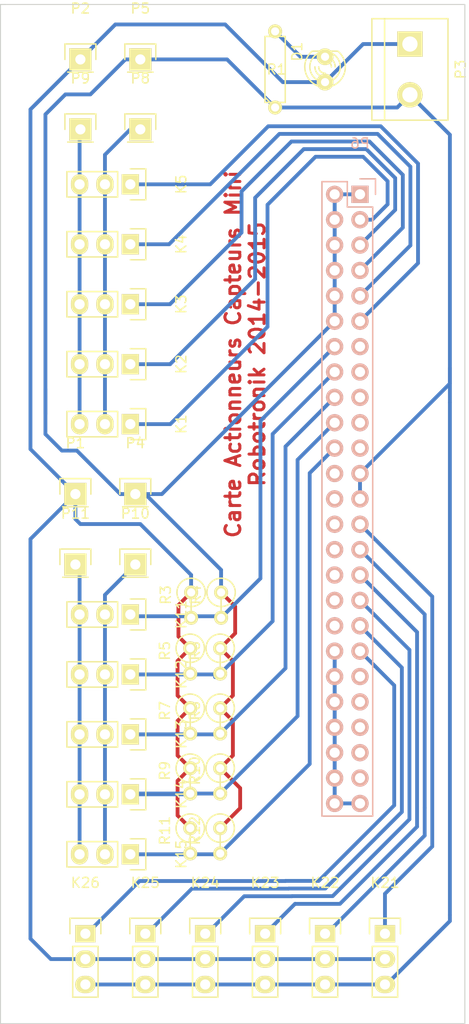
<source format=kicad_pcb>
(kicad_pcb (version 4) (host pcbnew 4.0.1-stable)

  (general
    (links 92)
    (no_connects 1)
    (area 149.949999 39.449999 196.550001 141.550001)
    (thickness 1.6)
    (drawings 6)
    (tracks 267)
    (zones 0)
    (modules 38)
    (nets 42)
  )

  (page A4)
  (layers
    (0 F.Cu signal)
    (31 B.Cu signal)
    (32 B.Adhes user)
    (33 F.Adhes user)
    (34 B.Paste user)
    (35 F.Paste user)
    (36 B.SilkS user)
    (37 F.SilkS user)
    (38 B.Mask user)
    (39 F.Mask user)
    (40 Dwgs.User user)
    (41 Cmts.User user)
    (42 Eco1.User user)
    (43 Eco2.User user)
    (44 Edge.Cuts user)
    (45 Margin user)
    (46 B.CrtYd user)
    (47 F.CrtYd user)
    (48 B.Fab user)
    (49 F.Fab user)
  )

  (setup
    (last_trace_width 0.381)
    (trace_clearance 0.381)
    (zone_clearance 0.508)
    (zone_45_only no)
    (trace_min 0.2)
    (segment_width 0.2)
    (edge_width 0.1)
    (via_size 0.6)
    (via_drill 0.4)
    (via_min_size 0.4)
    (via_min_drill 0.3)
    (uvia_size 0.3)
    (uvia_drill 0.1)
    (uvias_allowed no)
    (uvia_min_size 0)
    (uvia_min_drill 0)
    (pcb_text_width 0.3)
    (pcb_text_size 1.5 1.5)
    (mod_edge_width 0.15)
    (mod_text_size 1 1)
    (mod_text_width 0.15)
    (pad_size 1.5 1.5)
    (pad_drill 0.6)
    (pad_to_mask_clearance 0)
    (aux_axis_origin 0 0)
    (visible_elements FFFFFF7F)
    (pcbplotparams
      (layerselection 0x00030_80000001)
      (usegerberextensions false)
      (excludeedgelayer true)
      (linewidth 0.100000)
      (plotframeref false)
      (viasonmask false)
      (mode 1)
      (useauxorigin false)
      (hpglpennumber 1)
      (hpglpenspeed 20)
      (hpglpendiameter 15)
      (hpglpenoverlay 2)
      (psnegative false)
      (psa4output false)
      (plotreference true)
      (plotvalue true)
      (plotinvisibletext false)
      (padsonsilk false)
      (subtractmaskfromsilk false)
      (outputformat 1)
      (mirror false)
      (drillshape 1)
      (scaleselection 1)
      (outputdirectory ""))
  )

  (net 0 "")
  (net 1 "Net-(D1-Pad2)")
  (net 2 ADC1)
  (net 3 PWR_ADC_1)
  (net 4 PWR_ADC_2)
  (net 5 ADC2)
  (net 6 ADC3)
  (net 7 ADC4)
  (net 8 ADC5)
  (net 9 ADC6)
  (net 10 ADC7)
  (net 11 ADC8)
  (net 12 ADC9)
  (net 13 ADC10)
  (net 14 IO1)
  (net 15 PWR_IO_1)
  (net 16 PWR_IO_2)
  (net 17 IO2)
  (net 18 IO3)
  (net 19 IO4)
  (net 20 IO5)
  (net 21 IO6)
  (net 22 IO7)
  (net 23 IO8)
  (net 24 IO9)
  (net 25 IO10)
  (net 26 PWM1)
  (net 27 PWM2)
  (net 28 PWM3)
  (net 29 PWM4)
  (net 30 PWM5)
  (net 31 PWM6)
  (net 32 PWM7)
  (net 33 PWM8)
  (net 34 PWM9)
  (net 35 IO11)
  (net 36 IO12)
  (net 37 PWM10)
  (net 38 PWM11)
  (net 39 PWR_ADC_3)
  (net 40 PWR_IO_4)
  (net 41 PWR_ADC_4)

  (net_class Default "This is the default net class."
    (clearance 0.381)
    (trace_width 0.381)
    (via_dia 0.6)
    (via_drill 0.4)
    (uvia_dia 0.3)
    (uvia_drill 0.1)
    (add_net ADC1)
    (add_net ADC10)
    (add_net ADC2)
    (add_net ADC3)
    (add_net ADC4)
    (add_net ADC5)
    (add_net ADC6)
    (add_net ADC7)
    (add_net ADC8)
    (add_net ADC9)
    (add_net IO1)
    (add_net IO10)
    (add_net IO11)
    (add_net IO12)
    (add_net IO2)
    (add_net IO3)
    (add_net IO4)
    (add_net IO5)
    (add_net IO6)
    (add_net IO7)
    (add_net IO8)
    (add_net IO9)
    (add_net "Net-(D1-Pad2)")
    (add_net PWM1)
    (add_net PWM10)
    (add_net PWM11)
    (add_net PWM2)
    (add_net PWM3)
    (add_net PWM4)
    (add_net PWM5)
    (add_net PWM6)
    (add_net PWM7)
    (add_net PWM8)
    (add_net PWM9)
    (add_net PWR_ADC_1)
    (add_net PWR_ADC_2)
    (add_net PWR_ADC_3)
    (add_net PWR_ADC_4)
    (add_net PWR_IO_1)
    (add_net PWR_IO_2)
  )

  (module LEDs:LED-3MM (layer F.Cu) (tedit 0) (tstamp 553E74B2)
    (at 182.5 46 90)
    (descr "LED 3mm - Lead pitch 100mil (2,54mm)")
    (tags "LED led 3mm 3MM 100mil 2,54mm")
    (path /55180A15)
    (fp_text reference D1 (at 1.778 -2.794 90) (layer F.SilkS)
      (effects (font (size 1 1) (thickness 0.15)))
    )
    (fp_text value LED (at 0 2.54 90) (layer F.Fab)
      (effects (font (size 1 1) (thickness 0.15)))
    )
    (fp_line (start 1.8288 1.27) (end 1.8288 -1.27) (layer F.SilkS) (width 0.15))
    (fp_arc (start 0.254 0) (end -1.27 0) (angle 39.8) (layer F.SilkS) (width 0.15))
    (fp_arc (start 0.254 0) (end -0.88392 1.01092) (angle 41.6) (layer F.SilkS) (width 0.15))
    (fp_arc (start 0.254 0) (end 1.4097 -0.9906) (angle 40.6) (layer F.SilkS) (width 0.15))
    (fp_arc (start 0.254 0) (end 1.778 0) (angle 39.8) (layer F.SilkS) (width 0.15))
    (fp_arc (start 0.254 0) (end 0.254 -1.524) (angle 54.4) (layer F.SilkS) (width 0.15))
    (fp_arc (start 0.254 0) (end -0.9652 -0.9144) (angle 53.1) (layer F.SilkS) (width 0.15))
    (fp_arc (start 0.254 0) (end 1.45542 0.93472) (angle 52.1) (layer F.SilkS) (width 0.15))
    (fp_arc (start 0.254 0) (end 0.254 1.524) (angle 52.1) (layer F.SilkS) (width 0.15))
    (fp_arc (start 0.254 0) (end -0.381 0) (angle 90) (layer F.SilkS) (width 0.15))
    (fp_arc (start 0.254 0) (end -0.762 0) (angle 90) (layer F.SilkS) (width 0.15))
    (fp_arc (start 0.254 0) (end 0.889 0) (angle 90) (layer F.SilkS) (width 0.15))
    (fp_arc (start 0.254 0) (end 1.27 0) (angle 90) (layer F.SilkS) (width 0.15))
    (fp_arc (start 0.254 0) (end 0.254 -2.032) (angle 50.1) (layer F.SilkS) (width 0.15))
    (fp_arc (start 0.254 0) (end -1.5367 -0.95504) (angle 61.9) (layer F.SilkS) (width 0.15))
    (fp_arc (start 0.254 0) (end 1.8034 1.31064) (angle 49.7) (layer F.SilkS) (width 0.15))
    (fp_arc (start 0.254 0) (end 0.254 2.032) (angle 60.2) (layer F.SilkS) (width 0.15))
    (fp_arc (start 0.254 0) (end -1.778 0) (angle 28.3) (layer F.SilkS) (width 0.15))
    (fp_arc (start 0.254 0) (end -1.47574 1.06426) (angle 31.6) (layer F.SilkS) (width 0.15))
    (pad 1 thru_hole circle (at -1.27 0 90) (size 1.6764 1.6764) (drill 0.8128) (layers *.Cu *.Mask F.SilkS)
      (net 39 PWR_ADC_3))
    (pad 2 thru_hole circle (at 1.27 0 90) (size 1.6764 1.6764) (drill 0.8128) (layers *.Cu *.Mask F.SilkS)
      (net 1 "Net-(D1-Pad2)"))
    (model LEDs.3dshapes/LED-3MM.wrl
      (at (xyz 0 0 0))
      (scale (xyz 1 1 1))
      (rotate (xyz 0 0 0))
    )
  )

  (module Pin_Headers:Pin_Header_Straight_1x03 (layer F.Cu) (tedit 0) (tstamp 553E7054)
    (at 163 81.5 270)
    (descr "Through hole pin header")
    (tags "pin header")
    (path /55181F68)
    (fp_text reference K1 (at 0 -5.1 270) (layer F.SilkS)
      (effects (font (size 1 1) (thickness 0.15)))
    )
    (fp_text value CONN_01X03 (at 0 -3.1 270) (layer F.Fab)
      (effects (font (size 1 1) (thickness 0.15)))
    )
    (fp_line (start -1.75 -1.75) (end -1.75 6.85) (layer F.CrtYd) (width 0.05))
    (fp_line (start 1.75 -1.75) (end 1.75 6.85) (layer F.CrtYd) (width 0.05))
    (fp_line (start -1.75 -1.75) (end 1.75 -1.75) (layer F.CrtYd) (width 0.05))
    (fp_line (start -1.75 6.85) (end 1.75 6.85) (layer F.CrtYd) (width 0.05))
    (fp_line (start -1.27 1.27) (end -1.27 6.35) (layer F.SilkS) (width 0.15))
    (fp_line (start -1.27 6.35) (end 1.27 6.35) (layer F.SilkS) (width 0.15))
    (fp_line (start 1.27 6.35) (end 1.27 1.27) (layer F.SilkS) (width 0.15))
    (fp_line (start 1.55 -1.55) (end 1.55 0) (layer F.SilkS) (width 0.15))
    (fp_line (start 1.27 1.27) (end -1.27 1.27) (layer F.SilkS) (width 0.15))
    (fp_line (start -1.55 0) (end -1.55 -1.55) (layer F.SilkS) (width 0.15))
    (fp_line (start -1.55 -1.55) (end 1.55 -1.55) (layer F.SilkS) (width 0.15))
    (pad 1 thru_hole rect (at 0 0 270) (size 2.032 1.7272) (drill 1.016) (layers *.Cu *.Mask F.SilkS)
      (net 2 ADC1))
    (pad 2 thru_hole oval (at 0 2.54 270) (size 2.032 1.7272) (drill 1.016) (layers *.Cu *.Mask F.SilkS)
      (net 3 PWR_ADC_1))
    (pad 3 thru_hole oval (at 0 5.08 270) (size 2.032 1.7272) (drill 1.016) (layers *.Cu *.Mask F.SilkS)
      (net 4 PWR_ADC_2))
    (model Pin_Headers.3dshapes/Pin_Header_Straight_1x03.wrl
      (at (xyz 0 -0.1 0))
      (scale (xyz 1 1 1))
      (rotate (xyz 0 0 90))
    )
  )

  (module Pin_Headers:Pin_Header_Straight_1x03 (layer F.Cu) (tedit 0) (tstamp 553E702E)
    (at 163 75.5 270)
    (descr "Through hole pin header")
    (tags "pin header")
    (path /55181F6E)
    (fp_text reference K2 (at 0 -5.1 270) (layer F.SilkS)
      (effects (font (size 1 1) (thickness 0.15)))
    )
    (fp_text value CONN_01X03 (at 0 -3.1 270) (layer F.Fab)
      (effects (font (size 1 1) (thickness 0.15)))
    )
    (fp_line (start -1.75 -1.75) (end -1.75 6.85) (layer F.CrtYd) (width 0.05))
    (fp_line (start 1.75 -1.75) (end 1.75 6.85) (layer F.CrtYd) (width 0.05))
    (fp_line (start -1.75 -1.75) (end 1.75 -1.75) (layer F.CrtYd) (width 0.05))
    (fp_line (start -1.75 6.85) (end 1.75 6.85) (layer F.CrtYd) (width 0.05))
    (fp_line (start -1.27 1.27) (end -1.27 6.35) (layer F.SilkS) (width 0.15))
    (fp_line (start -1.27 6.35) (end 1.27 6.35) (layer F.SilkS) (width 0.15))
    (fp_line (start 1.27 6.35) (end 1.27 1.27) (layer F.SilkS) (width 0.15))
    (fp_line (start 1.55 -1.55) (end 1.55 0) (layer F.SilkS) (width 0.15))
    (fp_line (start 1.27 1.27) (end -1.27 1.27) (layer F.SilkS) (width 0.15))
    (fp_line (start -1.55 0) (end -1.55 -1.55) (layer F.SilkS) (width 0.15))
    (fp_line (start -1.55 -1.55) (end 1.55 -1.55) (layer F.SilkS) (width 0.15))
    (pad 1 thru_hole rect (at 0 0 270) (size 2.032 1.7272) (drill 1.016) (layers *.Cu *.Mask F.SilkS)
      (net 5 ADC2))
    (pad 2 thru_hole oval (at 0 2.54 270) (size 2.032 1.7272) (drill 1.016) (layers *.Cu *.Mask F.SilkS)
      (net 3 PWR_ADC_1))
    (pad 3 thru_hole oval (at 0 5.08 270) (size 2.032 1.7272) (drill 1.016) (layers *.Cu *.Mask F.SilkS)
      (net 4 PWR_ADC_2))
    (model Pin_Headers.3dshapes/Pin_Header_Straight_1x03.wrl
      (at (xyz 0 -0.1 0))
      (scale (xyz 1 1 1))
      (rotate (xyz 0 0 90))
    )
  )

  (module Pin_Headers:Pin_Header_Straight_1x03 (layer F.Cu) (tedit 0) (tstamp 553E701B)
    (at 163 69.5 270)
    (descr "Through hole pin header")
    (tags "pin header")
    (path /55181F74)
    (fp_text reference K3 (at 0 -5.1 270) (layer F.SilkS)
      (effects (font (size 1 1) (thickness 0.15)))
    )
    (fp_text value CONN_01X03 (at 0 -3.1 270) (layer F.Fab)
      (effects (font (size 1 1) (thickness 0.15)))
    )
    (fp_line (start -1.75 -1.75) (end -1.75 6.85) (layer F.CrtYd) (width 0.05))
    (fp_line (start 1.75 -1.75) (end 1.75 6.85) (layer F.CrtYd) (width 0.05))
    (fp_line (start -1.75 -1.75) (end 1.75 -1.75) (layer F.CrtYd) (width 0.05))
    (fp_line (start -1.75 6.85) (end 1.75 6.85) (layer F.CrtYd) (width 0.05))
    (fp_line (start -1.27 1.27) (end -1.27 6.35) (layer F.SilkS) (width 0.15))
    (fp_line (start -1.27 6.35) (end 1.27 6.35) (layer F.SilkS) (width 0.15))
    (fp_line (start 1.27 6.35) (end 1.27 1.27) (layer F.SilkS) (width 0.15))
    (fp_line (start 1.55 -1.55) (end 1.55 0) (layer F.SilkS) (width 0.15))
    (fp_line (start 1.27 1.27) (end -1.27 1.27) (layer F.SilkS) (width 0.15))
    (fp_line (start -1.55 0) (end -1.55 -1.55) (layer F.SilkS) (width 0.15))
    (fp_line (start -1.55 -1.55) (end 1.55 -1.55) (layer F.SilkS) (width 0.15))
    (pad 1 thru_hole rect (at 0 0 270) (size 2.032 1.7272) (drill 1.016) (layers *.Cu *.Mask F.SilkS)
      (net 6 ADC3))
    (pad 2 thru_hole oval (at 0 2.54 270) (size 2.032 1.7272) (drill 1.016) (layers *.Cu *.Mask F.SilkS)
      (net 3 PWR_ADC_1))
    (pad 3 thru_hole oval (at 0 5.08 270) (size 2.032 1.7272) (drill 1.016) (layers *.Cu *.Mask F.SilkS)
      (net 4 PWR_ADC_2))
    (model Pin_Headers.3dshapes/Pin_Header_Straight_1x03.wrl
      (at (xyz 0 -0.1 0))
      (scale (xyz 1 1 1))
      (rotate (xyz 0 0 90))
    )
  )

  (module Pin_Headers:Pin_Header_Straight_1x03 (layer F.Cu) (tedit 0) (tstamp 553E7041)
    (at 163 63.5 270)
    (descr "Through hole pin header")
    (tags "pin header")
    (path /55181F7A)
    (fp_text reference K4 (at 0 -5.1 270) (layer F.SilkS)
      (effects (font (size 1 1) (thickness 0.15)))
    )
    (fp_text value CONN_01X03 (at 0 -3.1 270) (layer F.Fab)
      (effects (font (size 1 1) (thickness 0.15)))
    )
    (fp_line (start -1.75 -1.75) (end -1.75 6.85) (layer F.CrtYd) (width 0.05))
    (fp_line (start 1.75 -1.75) (end 1.75 6.85) (layer F.CrtYd) (width 0.05))
    (fp_line (start -1.75 -1.75) (end 1.75 -1.75) (layer F.CrtYd) (width 0.05))
    (fp_line (start -1.75 6.85) (end 1.75 6.85) (layer F.CrtYd) (width 0.05))
    (fp_line (start -1.27 1.27) (end -1.27 6.35) (layer F.SilkS) (width 0.15))
    (fp_line (start -1.27 6.35) (end 1.27 6.35) (layer F.SilkS) (width 0.15))
    (fp_line (start 1.27 6.35) (end 1.27 1.27) (layer F.SilkS) (width 0.15))
    (fp_line (start 1.55 -1.55) (end 1.55 0) (layer F.SilkS) (width 0.15))
    (fp_line (start 1.27 1.27) (end -1.27 1.27) (layer F.SilkS) (width 0.15))
    (fp_line (start -1.55 0) (end -1.55 -1.55) (layer F.SilkS) (width 0.15))
    (fp_line (start -1.55 -1.55) (end 1.55 -1.55) (layer F.SilkS) (width 0.15))
    (pad 1 thru_hole rect (at 0 0 270) (size 2.032 1.7272) (drill 1.016) (layers *.Cu *.Mask F.SilkS)
      (net 7 ADC4))
    (pad 2 thru_hole oval (at 0 2.54 270) (size 2.032 1.7272) (drill 1.016) (layers *.Cu *.Mask F.SilkS)
      (net 3 PWR_ADC_1))
    (pad 3 thru_hole oval (at 0 5.08 270) (size 2.032 1.7272) (drill 1.016) (layers *.Cu *.Mask F.SilkS)
      (net 4 PWR_ADC_2))
    (model Pin_Headers.3dshapes/Pin_Header_Straight_1x03.wrl
      (at (xyz 0 -0.1 0))
      (scale (xyz 1 1 1))
      (rotate (xyz 0 0 90))
    )
  )

  (module Pin_Headers:Pin_Header_Straight_1x03 (layer F.Cu) (tedit 0) (tstamp 553E7008)
    (at 163 57.5 270)
    (descr "Through hole pin header")
    (tags "pin header")
    (path /55181F80)
    (fp_text reference K5 (at 0 -5.1 270) (layer F.SilkS)
      (effects (font (size 1 1) (thickness 0.15)))
    )
    (fp_text value CONN_01X03 (at 0 -3.1 270) (layer F.Fab)
      (effects (font (size 1 1) (thickness 0.15)))
    )
    (fp_line (start -1.75 -1.75) (end -1.75 6.85) (layer F.CrtYd) (width 0.05))
    (fp_line (start 1.75 -1.75) (end 1.75 6.85) (layer F.CrtYd) (width 0.05))
    (fp_line (start -1.75 -1.75) (end 1.75 -1.75) (layer F.CrtYd) (width 0.05))
    (fp_line (start -1.75 6.85) (end 1.75 6.85) (layer F.CrtYd) (width 0.05))
    (fp_line (start -1.27 1.27) (end -1.27 6.35) (layer F.SilkS) (width 0.15))
    (fp_line (start -1.27 6.35) (end 1.27 6.35) (layer F.SilkS) (width 0.15))
    (fp_line (start 1.27 6.35) (end 1.27 1.27) (layer F.SilkS) (width 0.15))
    (fp_line (start 1.55 -1.55) (end 1.55 0) (layer F.SilkS) (width 0.15))
    (fp_line (start 1.27 1.27) (end -1.27 1.27) (layer F.SilkS) (width 0.15))
    (fp_line (start -1.55 0) (end -1.55 -1.55) (layer F.SilkS) (width 0.15))
    (fp_line (start -1.55 -1.55) (end 1.55 -1.55) (layer F.SilkS) (width 0.15))
    (pad 1 thru_hole rect (at 0 0 270) (size 2.032 1.7272) (drill 1.016) (layers *.Cu *.Mask F.SilkS)
      (net 8 ADC5))
    (pad 2 thru_hole oval (at 0 2.54 270) (size 2.032 1.7272) (drill 1.016) (layers *.Cu *.Mask F.SilkS)
      (net 3 PWR_ADC_1))
    (pad 3 thru_hole oval (at 0 5.08 270) (size 2.032 1.7272) (drill 1.016) (layers *.Cu *.Mask F.SilkS)
      (net 4 PWR_ADC_2))
    (model Pin_Headers.3dshapes/Pin_Header_Straight_1x03.wrl
      (at (xyz 0 -0.1 0))
      (scale (xyz 1 1 1))
      (rotate (xyz 0 0 90))
    )
  )

  (module Pin_Headers:Pin_Header_Straight_1x03 (layer F.Cu) (tedit 0) (tstamp 5519C48E)
    (at 163 100.55 270)
    (descr "Through hole pin header")
    (tags "pin header")
    (path /55183BDC)
    (fp_text reference K11 (at 0 -5.1 270) (layer F.SilkS)
      (effects (font (size 1 1) (thickness 0.15)))
    )
    (fp_text value CONN_01X03 (at 0 -3.1 270) (layer F.Fab)
      (effects (font (size 1 1) (thickness 0.15)))
    )
    (fp_line (start -1.75 -1.75) (end -1.75 6.85) (layer F.CrtYd) (width 0.05))
    (fp_line (start 1.75 -1.75) (end 1.75 6.85) (layer F.CrtYd) (width 0.05))
    (fp_line (start -1.75 -1.75) (end 1.75 -1.75) (layer F.CrtYd) (width 0.05))
    (fp_line (start -1.75 6.85) (end 1.75 6.85) (layer F.CrtYd) (width 0.05))
    (fp_line (start -1.27 1.27) (end -1.27 6.35) (layer F.SilkS) (width 0.15))
    (fp_line (start -1.27 6.35) (end 1.27 6.35) (layer F.SilkS) (width 0.15))
    (fp_line (start 1.27 6.35) (end 1.27 1.27) (layer F.SilkS) (width 0.15))
    (fp_line (start 1.55 -1.55) (end 1.55 0) (layer F.SilkS) (width 0.15))
    (fp_line (start 1.27 1.27) (end -1.27 1.27) (layer F.SilkS) (width 0.15))
    (fp_line (start -1.55 0) (end -1.55 -1.55) (layer F.SilkS) (width 0.15))
    (fp_line (start -1.55 -1.55) (end 1.55 -1.55) (layer F.SilkS) (width 0.15))
    (pad 1 thru_hole rect (at 0 0 270) (size 2.032 1.7272) (drill 1.016) (layers *.Cu *.Mask F.SilkS)
      (net 14 IO1))
    (pad 2 thru_hole oval (at 0 2.54 270) (size 2.032 1.7272) (drill 1.016) (layers *.Cu *.Mask F.SilkS)
      (net 15 PWR_IO_1))
    (pad 3 thru_hole oval (at 0 5.08 270) (size 2.032 1.7272) (drill 1.016) (layers *.Cu *.Mask F.SilkS)
      (net 16 PWR_IO_2))
    (model Pin_Headers.3dshapes/Pin_Header_Straight_1x03.wrl
      (at (xyz 0 -0.1 0))
      (scale (xyz 1 1 1))
      (rotate (xyz 0 0 90))
    )
  )

  (module Pin_Headers:Pin_Header_Straight_1x03 (layer F.Cu) (tedit 0) (tstamp 5519C4DA)
    (at 163 106.55 270)
    (descr "Through hole pin header")
    (tags "pin header")
    (path /55183BE2)
    (fp_text reference K12 (at 0 -5.1 270) (layer F.SilkS)
      (effects (font (size 1 1) (thickness 0.15)))
    )
    (fp_text value CONN_01X03 (at 0 -3.1 270) (layer F.Fab)
      (effects (font (size 1 1) (thickness 0.15)))
    )
    (fp_line (start -1.75 -1.75) (end -1.75 6.85) (layer F.CrtYd) (width 0.05))
    (fp_line (start 1.75 -1.75) (end 1.75 6.85) (layer F.CrtYd) (width 0.05))
    (fp_line (start -1.75 -1.75) (end 1.75 -1.75) (layer F.CrtYd) (width 0.05))
    (fp_line (start -1.75 6.85) (end 1.75 6.85) (layer F.CrtYd) (width 0.05))
    (fp_line (start -1.27 1.27) (end -1.27 6.35) (layer F.SilkS) (width 0.15))
    (fp_line (start -1.27 6.35) (end 1.27 6.35) (layer F.SilkS) (width 0.15))
    (fp_line (start 1.27 6.35) (end 1.27 1.27) (layer F.SilkS) (width 0.15))
    (fp_line (start 1.55 -1.55) (end 1.55 0) (layer F.SilkS) (width 0.15))
    (fp_line (start 1.27 1.27) (end -1.27 1.27) (layer F.SilkS) (width 0.15))
    (fp_line (start -1.55 0) (end -1.55 -1.55) (layer F.SilkS) (width 0.15))
    (fp_line (start -1.55 -1.55) (end 1.55 -1.55) (layer F.SilkS) (width 0.15))
    (pad 1 thru_hole rect (at 0 0 270) (size 2.032 1.7272) (drill 1.016) (layers *.Cu *.Mask F.SilkS)
      (net 17 IO2))
    (pad 2 thru_hole oval (at 0 2.54 270) (size 2.032 1.7272) (drill 1.016) (layers *.Cu *.Mask F.SilkS)
      (net 15 PWR_IO_1))
    (pad 3 thru_hole oval (at 0 5.08 270) (size 2.032 1.7272) (drill 1.016) (layers *.Cu *.Mask F.SilkS)
      (net 16 PWR_IO_2))
    (model Pin_Headers.3dshapes/Pin_Header_Straight_1x03.wrl
      (at (xyz 0 -0.1 0))
      (scale (xyz 1 1 1))
      (rotate (xyz 0 0 90))
    )
  )

  (module Pin_Headers:Pin_Header_Straight_1x03 (layer F.Cu) (tedit 0) (tstamp 5519C4C7)
    (at 163 112.55 270)
    (descr "Through hole pin header")
    (tags "pin header")
    (path /55183BE8)
    (fp_text reference K13 (at 0 -5.1 270) (layer F.SilkS)
      (effects (font (size 1 1) (thickness 0.15)))
    )
    (fp_text value CONN_01X03 (at 0 -3.1 270) (layer F.Fab)
      (effects (font (size 1 1) (thickness 0.15)))
    )
    (fp_line (start -1.75 -1.75) (end -1.75 6.85) (layer F.CrtYd) (width 0.05))
    (fp_line (start 1.75 -1.75) (end 1.75 6.85) (layer F.CrtYd) (width 0.05))
    (fp_line (start -1.75 -1.75) (end 1.75 -1.75) (layer F.CrtYd) (width 0.05))
    (fp_line (start -1.75 6.85) (end 1.75 6.85) (layer F.CrtYd) (width 0.05))
    (fp_line (start -1.27 1.27) (end -1.27 6.35) (layer F.SilkS) (width 0.15))
    (fp_line (start -1.27 6.35) (end 1.27 6.35) (layer F.SilkS) (width 0.15))
    (fp_line (start 1.27 6.35) (end 1.27 1.27) (layer F.SilkS) (width 0.15))
    (fp_line (start 1.55 -1.55) (end 1.55 0) (layer F.SilkS) (width 0.15))
    (fp_line (start 1.27 1.27) (end -1.27 1.27) (layer F.SilkS) (width 0.15))
    (fp_line (start -1.55 0) (end -1.55 -1.55) (layer F.SilkS) (width 0.15))
    (fp_line (start -1.55 -1.55) (end 1.55 -1.55) (layer F.SilkS) (width 0.15))
    (pad 1 thru_hole rect (at 0 0 270) (size 2.032 1.7272) (drill 1.016) (layers *.Cu *.Mask F.SilkS)
      (net 18 IO3))
    (pad 2 thru_hole oval (at 0 2.54 270) (size 2.032 1.7272) (drill 1.016) (layers *.Cu *.Mask F.SilkS)
      (net 15 PWR_IO_1))
    (pad 3 thru_hole oval (at 0 5.08 270) (size 2.032 1.7272) (drill 1.016) (layers *.Cu *.Mask F.SilkS)
      (net 16 PWR_IO_2))
    (model Pin_Headers.3dshapes/Pin_Header_Straight_1x03.wrl
      (at (xyz 0 -0.1 0))
      (scale (xyz 1 1 1))
      (rotate (xyz 0 0 90))
    )
  )

  (module Pin_Headers:Pin_Header_Straight_1x03 (layer F.Cu) (tedit 0) (tstamp 5519C4B4)
    (at 163 118.55 270)
    (descr "Through hole pin header")
    (tags "pin header")
    (path /55183BEE)
    (fp_text reference K14 (at 0 -5.1 270) (layer F.SilkS)
      (effects (font (size 1 1) (thickness 0.15)))
    )
    (fp_text value CONN_01X03 (at 0 -3.1 270) (layer F.Fab)
      (effects (font (size 1 1) (thickness 0.15)))
    )
    (fp_line (start -1.75 -1.75) (end -1.75 6.85) (layer F.CrtYd) (width 0.05))
    (fp_line (start 1.75 -1.75) (end 1.75 6.85) (layer F.CrtYd) (width 0.05))
    (fp_line (start -1.75 -1.75) (end 1.75 -1.75) (layer F.CrtYd) (width 0.05))
    (fp_line (start -1.75 6.85) (end 1.75 6.85) (layer F.CrtYd) (width 0.05))
    (fp_line (start -1.27 1.27) (end -1.27 6.35) (layer F.SilkS) (width 0.15))
    (fp_line (start -1.27 6.35) (end 1.27 6.35) (layer F.SilkS) (width 0.15))
    (fp_line (start 1.27 6.35) (end 1.27 1.27) (layer F.SilkS) (width 0.15))
    (fp_line (start 1.55 -1.55) (end 1.55 0) (layer F.SilkS) (width 0.15))
    (fp_line (start 1.27 1.27) (end -1.27 1.27) (layer F.SilkS) (width 0.15))
    (fp_line (start -1.55 0) (end -1.55 -1.55) (layer F.SilkS) (width 0.15))
    (fp_line (start -1.55 -1.55) (end 1.55 -1.55) (layer F.SilkS) (width 0.15))
    (pad 1 thru_hole rect (at 0 0 270) (size 2.032 1.7272) (drill 1.016) (layers *.Cu *.Mask F.SilkS)
      (net 19 IO4))
    (pad 2 thru_hole oval (at 0 2.54 270) (size 2.032 1.7272) (drill 1.016) (layers *.Cu *.Mask F.SilkS)
      (net 15 PWR_IO_1))
    (pad 3 thru_hole oval (at 0 5.08 270) (size 2.032 1.7272) (drill 1.016) (layers *.Cu *.Mask F.SilkS)
      (net 16 PWR_IO_2))
    (model Pin_Headers.3dshapes/Pin_Header_Straight_1x03.wrl
      (at (xyz 0 -0.1 0))
      (scale (xyz 1 1 1))
      (rotate (xyz 0 0 90))
    )
  )

  (module Pin_Headers:Pin_Header_Straight_1x03 (layer F.Cu) (tedit 0) (tstamp 5519C4A1)
    (at 163 124.55 270)
    (descr "Through hole pin header")
    (tags "pin header")
    (path /55183BF4)
    (fp_text reference K15 (at 0 -5.1 270) (layer F.SilkS)
      (effects (font (size 1 1) (thickness 0.15)))
    )
    (fp_text value CONN_01X03 (at 0 -3.1 270) (layer F.Fab)
      (effects (font (size 1 1) (thickness 0.15)))
    )
    (fp_line (start -1.75 -1.75) (end -1.75 6.85) (layer F.CrtYd) (width 0.05))
    (fp_line (start 1.75 -1.75) (end 1.75 6.85) (layer F.CrtYd) (width 0.05))
    (fp_line (start -1.75 -1.75) (end 1.75 -1.75) (layer F.CrtYd) (width 0.05))
    (fp_line (start -1.75 6.85) (end 1.75 6.85) (layer F.CrtYd) (width 0.05))
    (fp_line (start -1.27 1.27) (end -1.27 6.35) (layer F.SilkS) (width 0.15))
    (fp_line (start -1.27 6.35) (end 1.27 6.35) (layer F.SilkS) (width 0.15))
    (fp_line (start 1.27 6.35) (end 1.27 1.27) (layer F.SilkS) (width 0.15))
    (fp_line (start 1.55 -1.55) (end 1.55 0) (layer F.SilkS) (width 0.15))
    (fp_line (start 1.27 1.27) (end -1.27 1.27) (layer F.SilkS) (width 0.15))
    (fp_line (start -1.55 0) (end -1.55 -1.55) (layer F.SilkS) (width 0.15))
    (fp_line (start -1.55 -1.55) (end 1.55 -1.55) (layer F.SilkS) (width 0.15))
    (pad 1 thru_hole rect (at 0 0 270) (size 2.032 1.7272) (drill 1.016) (layers *.Cu *.Mask F.SilkS)
      (net 20 IO5))
    (pad 2 thru_hole oval (at 0 2.54 270) (size 2.032 1.7272) (drill 1.016) (layers *.Cu *.Mask F.SilkS)
      (net 15 PWR_IO_1))
    (pad 3 thru_hole oval (at 0 5.08 270) (size 2.032 1.7272) (drill 1.016) (layers *.Cu *.Mask F.SilkS)
      (net 16 PWR_IO_2))
    (model Pin_Headers.3dshapes/Pin_Header_Straight_1x03.wrl
      (at (xyz 0 -0.1 0))
      (scale (xyz 1 1 1))
      (rotate (xyz 0 0 90))
    )
  )

  (module Pin_Headers:Pin_Header_Straight_1x03 (layer F.Cu) (tedit 0) (tstamp 551C3051)
    (at 188.5 132.5)
    (descr "Through hole pin header")
    (tags "pin header")
    (path /55180CFB)
    (fp_text reference K21 (at 0 -5.1) (layer F.SilkS)
      (effects (font (size 1 1) (thickness 0.15)))
    )
    (fp_text value CONN_01X03 (at 0 -3.1) (layer F.Fab)
      (effects (font (size 1 1) (thickness 0.15)))
    )
    (fp_line (start -1.75 -1.75) (end -1.75 6.85) (layer F.CrtYd) (width 0.05))
    (fp_line (start 1.75 -1.75) (end 1.75 6.85) (layer F.CrtYd) (width 0.05))
    (fp_line (start -1.75 -1.75) (end 1.75 -1.75) (layer F.CrtYd) (width 0.05))
    (fp_line (start -1.75 6.85) (end 1.75 6.85) (layer F.CrtYd) (width 0.05))
    (fp_line (start -1.27 1.27) (end -1.27 6.35) (layer F.SilkS) (width 0.15))
    (fp_line (start -1.27 6.35) (end 1.27 6.35) (layer F.SilkS) (width 0.15))
    (fp_line (start 1.27 6.35) (end 1.27 1.27) (layer F.SilkS) (width 0.15))
    (fp_line (start 1.55 -1.55) (end 1.55 0) (layer F.SilkS) (width 0.15))
    (fp_line (start 1.27 1.27) (end -1.27 1.27) (layer F.SilkS) (width 0.15))
    (fp_line (start -1.55 0) (end -1.55 -1.55) (layer F.SilkS) (width 0.15))
    (fp_line (start -1.55 -1.55) (end 1.55 -1.55) (layer F.SilkS) (width 0.15))
    (pad 1 thru_hole rect (at 0 0) (size 2.032 1.7272) (drill 1.016) (layers *.Cu *.Mask F.SilkS)
      (net 26 PWM1))
    (pad 2 thru_hole oval (at 0 2.54) (size 2.032 1.7272) (drill 1.016) (layers *.Cu *.Mask F.SilkS)
      (net 39 PWR_ADC_3))
    (pad 3 thru_hole oval (at 0 5.08) (size 2.032 1.7272) (drill 1.016) (layers *.Cu *.Mask F.SilkS)
      (net 41 PWR_ADC_4))
    (model Pin_Headers.3dshapes/Pin_Header_Straight_1x03.wrl
      (at (xyz 0 -0.1 0))
      (scale (xyz 1 1 1))
      (rotate (xyz 0 0 90))
    )
  )

  (module Pin_Headers:Pin_Header_Straight_1x03 (layer F.Cu) (tedit 0) (tstamp 5519A89D)
    (at 182.5 132.5)
    (descr "Through hole pin header")
    (tags "pin header")
    (path /55180EAB)
    (fp_text reference K22 (at 0 -5.1) (layer F.SilkS)
      (effects (font (size 1 1) (thickness 0.15)))
    )
    (fp_text value CONN_01X03 (at 0 -3.1) (layer F.Fab)
      (effects (font (size 1 1) (thickness 0.15)))
    )
    (fp_line (start -1.75 -1.75) (end -1.75 6.85) (layer F.CrtYd) (width 0.05))
    (fp_line (start 1.75 -1.75) (end 1.75 6.85) (layer F.CrtYd) (width 0.05))
    (fp_line (start -1.75 -1.75) (end 1.75 -1.75) (layer F.CrtYd) (width 0.05))
    (fp_line (start -1.75 6.85) (end 1.75 6.85) (layer F.CrtYd) (width 0.05))
    (fp_line (start -1.27 1.27) (end -1.27 6.35) (layer F.SilkS) (width 0.15))
    (fp_line (start -1.27 6.35) (end 1.27 6.35) (layer F.SilkS) (width 0.15))
    (fp_line (start 1.27 6.35) (end 1.27 1.27) (layer F.SilkS) (width 0.15))
    (fp_line (start 1.55 -1.55) (end 1.55 0) (layer F.SilkS) (width 0.15))
    (fp_line (start 1.27 1.27) (end -1.27 1.27) (layer F.SilkS) (width 0.15))
    (fp_line (start -1.55 0) (end -1.55 -1.55) (layer F.SilkS) (width 0.15))
    (fp_line (start -1.55 -1.55) (end 1.55 -1.55) (layer F.SilkS) (width 0.15))
    (pad 1 thru_hole rect (at 0 0) (size 2.032 1.7272) (drill 1.016) (layers *.Cu *.Mask F.SilkS)
      (net 27 PWM2))
    (pad 2 thru_hole oval (at 0 2.54) (size 2.032 1.7272) (drill 1.016) (layers *.Cu *.Mask F.SilkS)
      (net 39 PWR_ADC_3))
    (pad 3 thru_hole oval (at 0 5.08) (size 2.032 1.7272) (drill 1.016) (layers *.Cu *.Mask F.SilkS)
      (net 41 PWR_ADC_4))
    (model Pin_Headers.3dshapes/Pin_Header_Straight_1x03.wrl
      (at (xyz 0 -0.1 0))
      (scale (xyz 1 1 1))
      (rotate (xyz 0 0 90))
    )
  )

  (module Pin_Headers:Pin_Header_Straight_1x03 (layer F.Cu) (tedit 0) (tstamp 5519A8A4)
    (at 176.5 132.5)
    (descr "Through hole pin header")
    (tags "pin header")
    (path /55180F49)
    (fp_text reference K23 (at 0 -5.1) (layer F.SilkS)
      (effects (font (size 1 1) (thickness 0.15)))
    )
    (fp_text value CONN_01X03 (at 0 -3.1) (layer F.Fab)
      (effects (font (size 1 1) (thickness 0.15)))
    )
    (fp_line (start -1.75 -1.75) (end -1.75 6.85) (layer F.CrtYd) (width 0.05))
    (fp_line (start 1.75 -1.75) (end 1.75 6.85) (layer F.CrtYd) (width 0.05))
    (fp_line (start -1.75 -1.75) (end 1.75 -1.75) (layer F.CrtYd) (width 0.05))
    (fp_line (start -1.75 6.85) (end 1.75 6.85) (layer F.CrtYd) (width 0.05))
    (fp_line (start -1.27 1.27) (end -1.27 6.35) (layer F.SilkS) (width 0.15))
    (fp_line (start -1.27 6.35) (end 1.27 6.35) (layer F.SilkS) (width 0.15))
    (fp_line (start 1.27 6.35) (end 1.27 1.27) (layer F.SilkS) (width 0.15))
    (fp_line (start 1.55 -1.55) (end 1.55 0) (layer F.SilkS) (width 0.15))
    (fp_line (start 1.27 1.27) (end -1.27 1.27) (layer F.SilkS) (width 0.15))
    (fp_line (start -1.55 0) (end -1.55 -1.55) (layer F.SilkS) (width 0.15))
    (fp_line (start -1.55 -1.55) (end 1.55 -1.55) (layer F.SilkS) (width 0.15))
    (pad 1 thru_hole rect (at 0 0) (size 2.032 1.7272) (drill 1.016) (layers *.Cu *.Mask F.SilkS)
      (net 28 PWM3))
    (pad 2 thru_hole oval (at 0 2.54) (size 2.032 1.7272) (drill 1.016) (layers *.Cu *.Mask F.SilkS)
      (net 39 PWR_ADC_3))
    (pad 3 thru_hole oval (at 0 5.08) (size 2.032 1.7272) (drill 1.016) (layers *.Cu *.Mask F.SilkS)
      (net 41 PWR_ADC_4))
    (model Pin_Headers.3dshapes/Pin_Header_Straight_1x03.wrl
      (at (xyz 0 -0.1 0))
      (scale (xyz 1 1 1))
      (rotate (xyz 0 0 90))
    )
  )

  (module Pin_Headers:Pin_Header_Straight_1x03 (layer F.Cu) (tedit 0) (tstamp 5519A8AB)
    (at 170.5 132.5)
    (descr "Through hole pin header")
    (tags "pin header")
    (path /55180F4F)
    (fp_text reference K24 (at 0 -5.1) (layer F.SilkS)
      (effects (font (size 1 1) (thickness 0.15)))
    )
    (fp_text value CONN_01X03 (at 0 -3.1) (layer F.Fab)
      (effects (font (size 1 1) (thickness 0.15)))
    )
    (fp_line (start -1.75 -1.75) (end -1.75 6.85) (layer F.CrtYd) (width 0.05))
    (fp_line (start 1.75 -1.75) (end 1.75 6.85) (layer F.CrtYd) (width 0.05))
    (fp_line (start -1.75 -1.75) (end 1.75 -1.75) (layer F.CrtYd) (width 0.05))
    (fp_line (start -1.75 6.85) (end 1.75 6.85) (layer F.CrtYd) (width 0.05))
    (fp_line (start -1.27 1.27) (end -1.27 6.35) (layer F.SilkS) (width 0.15))
    (fp_line (start -1.27 6.35) (end 1.27 6.35) (layer F.SilkS) (width 0.15))
    (fp_line (start 1.27 6.35) (end 1.27 1.27) (layer F.SilkS) (width 0.15))
    (fp_line (start 1.55 -1.55) (end 1.55 0) (layer F.SilkS) (width 0.15))
    (fp_line (start 1.27 1.27) (end -1.27 1.27) (layer F.SilkS) (width 0.15))
    (fp_line (start -1.55 0) (end -1.55 -1.55) (layer F.SilkS) (width 0.15))
    (fp_line (start -1.55 -1.55) (end 1.55 -1.55) (layer F.SilkS) (width 0.15))
    (pad 1 thru_hole rect (at 0 0) (size 2.032 1.7272) (drill 1.016) (layers *.Cu *.Mask F.SilkS)
      (net 29 PWM4))
    (pad 2 thru_hole oval (at 0 2.54) (size 2.032 1.7272) (drill 1.016) (layers *.Cu *.Mask F.SilkS)
      (net 39 PWR_ADC_3))
    (pad 3 thru_hole oval (at 0 5.08) (size 2.032 1.7272) (drill 1.016) (layers *.Cu *.Mask F.SilkS)
      (net 41 PWR_ADC_4))
    (model Pin_Headers.3dshapes/Pin_Header_Straight_1x03.wrl
      (at (xyz 0 -0.1 0))
      (scale (xyz 1 1 1))
      (rotate (xyz 0 0 90))
    )
  )

  (module Pin_Headers:Pin_Header_Straight_1x03 (layer F.Cu) (tedit 0) (tstamp 5519A8B2)
    (at 164.5 132.5)
    (descr "Through hole pin header")
    (tags "pin header")
    (path /55181091)
    (fp_text reference K25 (at 0 -5.1) (layer F.SilkS)
      (effects (font (size 1 1) (thickness 0.15)))
    )
    (fp_text value CONN_01X03 (at 0 -3.1) (layer F.Fab)
      (effects (font (size 1 1) (thickness 0.15)))
    )
    (fp_line (start -1.75 -1.75) (end -1.75 6.85) (layer F.CrtYd) (width 0.05))
    (fp_line (start 1.75 -1.75) (end 1.75 6.85) (layer F.CrtYd) (width 0.05))
    (fp_line (start -1.75 -1.75) (end 1.75 -1.75) (layer F.CrtYd) (width 0.05))
    (fp_line (start -1.75 6.85) (end 1.75 6.85) (layer F.CrtYd) (width 0.05))
    (fp_line (start -1.27 1.27) (end -1.27 6.35) (layer F.SilkS) (width 0.15))
    (fp_line (start -1.27 6.35) (end 1.27 6.35) (layer F.SilkS) (width 0.15))
    (fp_line (start 1.27 6.35) (end 1.27 1.27) (layer F.SilkS) (width 0.15))
    (fp_line (start 1.55 -1.55) (end 1.55 0) (layer F.SilkS) (width 0.15))
    (fp_line (start 1.27 1.27) (end -1.27 1.27) (layer F.SilkS) (width 0.15))
    (fp_line (start -1.55 0) (end -1.55 -1.55) (layer F.SilkS) (width 0.15))
    (fp_line (start -1.55 -1.55) (end 1.55 -1.55) (layer F.SilkS) (width 0.15))
    (pad 1 thru_hole rect (at 0 0) (size 2.032 1.7272) (drill 1.016) (layers *.Cu *.Mask F.SilkS)
      (net 30 PWM5))
    (pad 2 thru_hole oval (at 0 2.54) (size 2.032 1.7272) (drill 1.016) (layers *.Cu *.Mask F.SilkS)
      (net 39 PWR_ADC_3))
    (pad 3 thru_hole oval (at 0 5.08) (size 2.032 1.7272) (drill 1.016) (layers *.Cu *.Mask F.SilkS)
      (net 41 PWR_ADC_4))
    (model Pin_Headers.3dshapes/Pin_Header_Straight_1x03.wrl
      (at (xyz 0 -0.1 0))
      (scale (xyz 1 1 1))
      (rotate (xyz 0 0 90))
    )
  )

  (module Pin_Headers:Pin_Header_Straight_1x03 (layer F.Cu) (tedit 0) (tstamp 5519A8B9)
    (at 158.5 132.5)
    (descr "Through hole pin header")
    (tags "pin header")
    (path /55181097)
    (fp_text reference K26 (at 0 -5.1) (layer F.SilkS)
      (effects (font (size 1 1) (thickness 0.15)))
    )
    (fp_text value CONN_01X03 (at 0 -3.1) (layer F.Fab)
      (effects (font (size 1 1) (thickness 0.15)))
    )
    (fp_line (start -1.75 -1.75) (end -1.75 6.85) (layer F.CrtYd) (width 0.05))
    (fp_line (start 1.75 -1.75) (end 1.75 6.85) (layer F.CrtYd) (width 0.05))
    (fp_line (start -1.75 -1.75) (end 1.75 -1.75) (layer F.CrtYd) (width 0.05))
    (fp_line (start -1.75 6.85) (end 1.75 6.85) (layer F.CrtYd) (width 0.05))
    (fp_line (start -1.27 1.27) (end -1.27 6.35) (layer F.SilkS) (width 0.15))
    (fp_line (start -1.27 6.35) (end 1.27 6.35) (layer F.SilkS) (width 0.15))
    (fp_line (start 1.27 6.35) (end 1.27 1.27) (layer F.SilkS) (width 0.15))
    (fp_line (start 1.55 -1.55) (end 1.55 0) (layer F.SilkS) (width 0.15))
    (fp_line (start 1.27 1.27) (end -1.27 1.27) (layer F.SilkS) (width 0.15))
    (fp_line (start -1.55 0) (end -1.55 -1.55) (layer F.SilkS) (width 0.15))
    (fp_line (start -1.55 -1.55) (end 1.55 -1.55) (layer F.SilkS) (width 0.15))
    (pad 1 thru_hole rect (at 0 0) (size 2.032 1.7272) (drill 1.016) (layers *.Cu *.Mask F.SilkS)
      (net 31 PWM6))
    (pad 2 thru_hole oval (at 0 2.54) (size 2.032 1.7272) (drill 1.016) (layers *.Cu *.Mask F.SilkS)
      (net 39 PWR_ADC_3))
    (pad 3 thru_hole oval (at 0 5.08) (size 2.032 1.7272) (drill 1.016) (layers *.Cu *.Mask F.SilkS)
      (net 41 PWR_ADC_4))
    (model Pin_Headers.3dshapes/Pin_Header_Straight_1x03.wrl
      (at (xyz 0 -0.1 0))
      (scale (xyz 1 1 1))
      (rotate (xyz 0 0 90))
    )
  )

  (module Pin_Headers:Pin_Header_Straight_1x01 (layer F.Cu) (tedit 54EA08DC) (tstamp 5519C47B)
    (at 157.5 88.5)
    (descr "Through hole pin header")
    (tags "pin header")
    (path /5519310B)
    (fp_text reference P1 (at 0 -5.1) (layer F.SilkS)
      (effects (font (size 1 1) (thickness 0.15)))
    )
    (fp_text value CONN_1 (at 0 -3.1) (layer F.Fab)
      (effects (font (size 1 1) (thickness 0.15)))
    )
    (fp_line (start 1.55 -1.55) (end 1.55 0) (layer F.SilkS) (width 0.15))
    (fp_line (start -1.75 -1.75) (end -1.75 1.75) (layer F.CrtYd) (width 0.05))
    (fp_line (start 1.75 -1.75) (end 1.75 1.75) (layer F.CrtYd) (width 0.05))
    (fp_line (start -1.75 -1.75) (end 1.75 -1.75) (layer F.CrtYd) (width 0.05))
    (fp_line (start -1.75 1.75) (end 1.75 1.75) (layer F.CrtYd) (width 0.05))
    (fp_line (start -1.55 0) (end -1.55 -1.55) (layer F.SilkS) (width 0.15))
    (fp_line (start -1.55 -1.55) (end 1.55 -1.55) (layer F.SilkS) (width 0.15))
    (fp_line (start -1.27 1.27) (end 1.27 1.27) (layer F.SilkS) (width 0.15))
    (pad 1 thru_hole rect (at 0 0) (size 2.2352 2.2352) (drill 1.016) (layers *.Cu *.Mask F.SilkS)
      (net 39 PWR_ADC_3))
    (model Pin_Headers.3dshapes/Pin_Header_Straight_1x01.wrl
      (at (xyz 0 0 0))
      (scale (xyz 1 1 1))
      (rotate (xyz 0 0 90))
    )
  )

  (module Pin_Headers:Pin_Header_Straight_1x01 (layer F.Cu) (tedit 54EA08DC) (tstamp 5519A8D8)
    (at 158 45)
    (descr "Through hole pin header")
    (tags "pin header")
    (path /5519374F)
    (fp_text reference P2 (at 0 -5.1) (layer F.SilkS)
      (effects (font (size 1 1) (thickness 0.15)))
    )
    (fp_text value CONN_1 (at 0 -3.1) (layer F.Fab)
      (effects (font (size 1 1) (thickness 0.15)))
    )
    (fp_line (start 1.55 -1.55) (end 1.55 0) (layer F.SilkS) (width 0.15))
    (fp_line (start -1.75 -1.75) (end -1.75 1.75) (layer F.CrtYd) (width 0.05))
    (fp_line (start 1.75 -1.75) (end 1.75 1.75) (layer F.CrtYd) (width 0.05))
    (fp_line (start -1.75 -1.75) (end 1.75 -1.75) (layer F.CrtYd) (width 0.05))
    (fp_line (start -1.75 1.75) (end 1.75 1.75) (layer F.CrtYd) (width 0.05))
    (fp_line (start -1.55 0) (end -1.55 -1.55) (layer F.SilkS) (width 0.15))
    (fp_line (start -1.55 -1.55) (end 1.55 -1.55) (layer F.SilkS) (width 0.15))
    (fp_line (start -1.27 1.27) (end 1.27 1.27) (layer F.SilkS) (width 0.15))
    (pad 1 thru_hole rect (at 0 0) (size 2.2352 2.2352) (drill 1.016) (layers *.Cu *.Mask F.SilkS)
      (net 39 PWR_ADC_3))
    (model Pin_Headers.3dshapes/Pin_Header_Straight_1x01.wrl
      (at (xyz 0 0 0))
      (scale (xyz 1 1 1))
      (rotate (xyz 0 0 90))
    )
  )

  (module Connect:bornier2 (layer F.Cu) (tedit 0) (tstamp 551C3C9E)
    (at 191 46 270)
    (descr "Bornier d'alimentation 2 pins")
    (tags DEV)
    (path /551808DC)
    (fp_text reference P3 (at 0 -5.08 270) (layer F.SilkS)
      (effects (font (size 1 1) (thickness 0.15)))
    )
    (fp_text value CONN_2 (at 0 5.08 270) (layer F.Fab)
      (effects (font (size 1 1) (thickness 0.15)))
    )
    (fp_line (start 5.08 2.54) (end -5.08 2.54) (layer F.SilkS) (width 0.15))
    (fp_line (start 5.08 3.81) (end 5.08 -3.81) (layer F.SilkS) (width 0.15))
    (fp_line (start 5.08 -3.81) (end -5.08 -3.81) (layer F.SilkS) (width 0.15))
    (fp_line (start -5.08 -3.81) (end -5.08 3.81) (layer F.SilkS) (width 0.15))
    (fp_line (start -5.08 3.81) (end 5.08 3.81) (layer F.SilkS) (width 0.15))
    (pad 1 thru_hole rect (at -2.54 0 270) (size 2.54 2.54) (drill 1.524) (layers *.Cu *.Mask F.SilkS)
      (net 39 PWR_ADC_3))
    (pad 2 thru_hole circle (at 2.54 0 270) (size 2.54 2.54) (drill 1.524) (layers *.Cu *.Mask F.SilkS)
      (net 41 PWR_ADC_4))
    (model Connect.3dshapes/bornier2.wrl
      (at (xyz 0 0 0))
      (scale (xyz 1 1 1))
      (rotate (xyz 0 0 0))
    )
  )

  (module Pin_Headers:Pin_Header_Straight_1x01 (layer F.Cu) (tedit 54EA08DC) (tstamp 5519C46D)
    (at 163.5 88.5)
    (descr "Through hole pin header")
    (tags "pin header")
    (path /551934C1)
    (fp_text reference P4 (at 0 -5.1) (layer F.SilkS)
      (effects (font (size 1 1) (thickness 0.15)))
    )
    (fp_text value CONN_1 (at 0 -3.1) (layer F.Fab)
      (effects (font (size 1 1) (thickness 0.15)))
    )
    (fp_line (start 1.55 -1.55) (end 1.55 0) (layer F.SilkS) (width 0.15))
    (fp_line (start -1.75 -1.75) (end -1.75 1.75) (layer F.CrtYd) (width 0.05))
    (fp_line (start 1.75 -1.75) (end 1.75 1.75) (layer F.CrtYd) (width 0.05))
    (fp_line (start -1.75 -1.75) (end 1.75 -1.75) (layer F.CrtYd) (width 0.05))
    (fp_line (start -1.75 1.75) (end 1.75 1.75) (layer F.CrtYd) (width 0.05))
    (fp_line (start -1.55 0) (end -1.55 -1.55) (layer F.SilkS) (width 0.15))
    (fp_line (start -1.55 -1.55) (end 1.55 -1.55) (layer F.SilkS) (width 0.15))
    (fp_line (start -1.27 1.27) (end 1.27 1.27) (layer F.SilkS) (width 0.15))
    (pad 1 thru_hole rect (at 0 0) (size 2.2352 2.2352) (drill 1.016) (layers *.Cu *.Mask F.SilkS)
      (net 41 PWR_ADC_4))
    (model Pin_Headers.3dshapes/Pin_Header_Straight_1x01.wrl
      (at (xyz 0 0 0))
      (scale (xyz 1 1 1))
      (rotate (xyz 0 0 90))
    )
  )

  (module Pin_Headers:Pin_Header_Straight_1x01 (layer F.Cu) (tedit 54EA08DC) (tstamp 5519A8E8)
    (at 164 45)
    (descr "Through hole pin header")
    (tags "pin header")
    (path /55193756)
    (fp_text reference P5 (at 0 -5.1) (layer F.SilkS)
      (effects (font (size 1 1) (thickness 0.15)))
    )
    (fp_text value CONN_1 (at 0 -3.1) (layer F.Fab)
      (effects (font (size 1 1) (thickness 0.15)))
    )
    (fp_line (start 1.55 -1.55) (end 1.55 0) (layer F.SilkS) (width 0.15))
    (fp_line (start -1.75 -1.75) (end -1.75 1.75) (layer F.CrtYd) (width 0.05))
    (fp_line (start 1.75 -1.75) (end 1.75 1.75) (layer F.CrtYd) (width 0.05))
    (fp_line (start -1.75 -1.75) (end 1.75 -1.75) (layer F.CrtYd) (width 0.05))
    (fp_line (start -1.75 1.75) (end 1.75 1.75) (layer F.CrtYd) (width 0.05))
    (fp_line (start -1.55 0) (end -1.55 -1.55) (layer F.SilkS) (width 0.15))
    (fp_line (start -1.55 -1.55) (end 1.55 -1.55) (layer F.SilkS) (width 0.15))
    (fp_line (start -1.27 1.27) (end 1.27 1.27) (layer F.SilkS) (width 0.15))
    (pad 1 thru_hole rect (at 0 0) (size 2.2352 2.2352) (drill 1.016) (layers *.Cu *.Mask F.SilkS)
      (net 41 PWR_ADC_4))
    (model Pin_Headers.3dshapes/Pin_Header_Straight_1x01.wrl
      (at (xyz 0 0 0))
      (scale (xyz 1 1 1))
      (rotate (xyz 0 0 90))
    )
  )

  (module Pin_Headers:Pin_Header_Straight_2x25 (layer B.Cu) (tedit 0) (tstamp 553ED3DC)
    (at 186 58.5 180)
    (descr "Through hole pin header")
    (tags "pin header")
    (path /55180583)
    (fp_text reference P6 (at 0 5.1 180) (layer B.SilkS)
      (effects (font (size 1 1) (thickness 0.15)) (justify mirror))
    )
    (fp_text value CONN_25X2 (at 0 3.1 180) (layer B.Fab)
      (effects (font (size 1 1) (thickness 0.15)) (justify mirror))
    )
    (fp_line (start -1.75 1.75) (end -1.75 -62.75) (layer B.CrtYd) (width 0.05))
    (fp_line (start 4.3 1.75) (end 4.3 -62.75) (layer B.CrtYd) (width 0.05))
    (fp_line (start -1.75 1.75) (end 4.3 1.75) (layer B.CrtYd) (width 0.05))
    (fp_line (start -1.75 -62.75) (end 4.3 -62.75) (layer B.CrtYd) (width 0.05))
    (fp_line (start -1.27 -1.27) (end -1.27 -62.23) (layer B.SilkS) (width 0.15))
    (fp_line (start 3.81 -62.23) (end 3.81 1.27) (layer B.SilkS) (width 0.15))
    (fp_line (start 3.81 -62.23) (end -1.27 -62.23) (layer B.SilkS) (width 0.15))
    (fp_line (start 3.81 1.27) (end 1.27 1.27) (layer B.SilkS) (width 0.15))
    (fp_line (start 0 1.55) (end -1.55 1.55) (layer B.SilkS) (width 0.15))
    (fp_line (start 1.27 1.27) (end 1.27 -1.27) (layer B.SilkS) (width 0.15))
    (fp_line (start 1.27 -1.27) (end -1.27 -1.27) (layer B.SilkS) (width 0.15))
    (fp_line (start -1.55 1.55) (end -1.55 0) (layer B.SilkS) (width 0.15))
    (pad 1 thru_hole rect (at 0 0 180) (size 1.7272 1.7272) (drill 1.016) (layers *.Cu *.Mask B.SilkS)
      (net 41 PWR_ADC_4))
    (pad 2 thru_hole oval (at 2.54 0 180) (size 1.7272 1.7272) (drill 1.016) (layers *.Cu *.Mask B.SilkS)
      (net 41 PWR_ADC_4))
    (pad 3 thru_hole oval (at 0 -2.54 180) (size 1.7272 1.7272) (drill 1.016) (layers *.Cu *.Mask B.SilkS)
      (net 2 ADC1))
    (pad 4 thru_hole oval (at 2.54 -2.54 180) (size 1.7272 1.7272) (drill 1.016) (layers *.Cu *.Mask B.SilkS)
      (net 41 PWR_ADC_4))
    (pad 5 thru_hole oval (at 0 -5.08 180) (size 1.7272 1.7272) (drill 1.016) (layers *.Cu *.Mask B.SilkS)
      (net 5 ADC2))
    (pad 6 thru_hole oval (at 2.54 -5.08 180) (size 1.7272 1.7272) (drill 1.016) (layers *.Cu *.Mask B.SilkS)
      (net 41 PWR_ADC_4))
    (pad 7 thru_hole oval (at 0 -7.62 180) (size 1.7272 1.7272) (drill 1.016) (layers *.Cu *.Mask B.SilkS)
      (net 6 ADC3))
    (pad 8 thru_hole oval (at 2.54 -7.62 180) (size 1.7272 1.7272) (drill 1.016) (layers *.Cu *.Mask B.SilkS)
      (net 41 PWR_ADC_4))
    (pad 9 thru_hole oval (at 0 -10.16 180) (size 1.7272 1.7272) (drill 1.016) (layers *.Cu *.Mask B.SilkS)
      (net 7 ADC4))
    (pad 10 thru_hole oval (at 2.54 -10.16 180) (size 1.7272 1.7272) (drill 1.016) (layers *.Cu *.Mask B.SilkS)
      (net 41 PWR_ADC_4))
    (pad 11 thru_hole oval (at 0 -12.7 180) (size 1.7272 1.7272) (drill 1.016) (layers *.Cu *.Mask B.SilkS)
      (net 8 ADC5))
    (pad 12 thru_hole oval (at 2.54 -12.7 180) (size 1.7272 1.7272) (drill 1.016) (layers *.Cu *.Mask B.SilkS)
      (net 41 PWR_ADC_4))
    (pad 13 thru_hole oval (at 0 -15.24 180) (size 1.7272 1.7272) (drill 1.016) (layers *.Cu *.Mask B.SilkS)
      (net 9 ADC6))
    (pad 14 thru_hole oval (at 2.54 -15.24 180) (size 1.7272 1.7272) (drill 1.016) (layers *.Cu *.Mask B.SilkS)
      (net 14 IO1))
    (pad 15 thru_hole oval (at 0 -17.78 180) (size 1.7272 1.7272) (drill 1.016) (layers *.Cu *.Mask B.SilkS)
      (net 10 ADC7))
    (pad 16 thru_hole oval (at 2.54 -17.78 180) (size 1.7272 1.7272) (drill 1.016) (layers *.Cu *.Mask B.SilkS)
      (net 17 IO2))
    (pad 17 thru_hole oval (at 0 -20.32 180) (size 1.7272 1.7272) (drill 1.016) (layers *.Cu *.Mask B.SilkS)
      (net 11 ADC8))
    (pad 18 thru_hole oval (at 2.54 -20.32 180) (size 1.7272 1.7272) (drill 1.016) (layers *.Cu *.Mask B.SilkS)
      (net 18 IO3))
    (pad 19 thru_hole oval (at 0 -22.86 180) (size 1.7272 1.7272) (drill 1.016) (layers *.Cu *.Mask B.SilkS)
      (net 12 ADC9))
    (pad 20 thru_hole oval (at 2.54 -22.86 180) (size 1.7272 1.7272) (drill 1.016) (layers *.Cu *.Mask B.SilkS)
      (net 19 IO4))
    (pad 21 thru_hole oval (at 0 -25.4 180) (size 1.7272 1.7272) (drill 1.016) (layers *.Cu *.Mask B.SilkS)
      (net 13 ADC10))
    (pad 22 thru_hole oval (at 2.54 -25.4 180) (size 1.7272 1.7272) (drill 1.016) (layers *.Cu *.Mask B.SilkS)
      (net 20 IO5))
    (pad 23 thru_hole oval (at 0 -27.94 180) (size 1.7272 1.7272) (drill 1.016) (layers *.Cu *.Mask B.SilkS)
      (net 41 PWR_ADC_4))
    (pad 24 thru_hole oval (at 2.54 -27.94 180) (size 1.7272 1.7272) (drill 1.016) (layers *.Cu *.Mask B.SilkS)
      (net 21 IO6))
    (pad 25 thru_hole oval (at 0 -30.48 180) (size 1.7272 1.7272) (drill 1.016) (layers *.Cu *.Mask B.SilkS)
      (net 41 PWR_ADC_4))
    (pad 26 thru_hole oval (at 2.54 -30.48 180) (size 1.7272 1.7272) (drill 1.016) (layers *.Cu *.Mask B.SilkS)
      (net 22 IO7))
    (pad 27 thru_hole oval (at 0 -33.02 180) (size 1.7272 1.7272) (drill 1.016) (layers *.Cu *.Mask B.SilkS)
      (net 26 PWM1))
    (pad 28 thru_hole oval (at 2.54 -33.02 180) (size 1.7272 1.7272) (drill 1.016) (layers *.Cu *.Mask B.SilkS)
      (net 23 IO8))
    (pad 29 thru_hole oval (at 0 -35.56 180) (size 1.7272 1.7272) (drill 1.016) (layers *.Cu *.Mask B.SilkS)
      (net 27 PWM2))
    (pad 30 thru_hole oval (at 2.54 -35.56 180) (size 1.7272 1.7272) (drill 1.016) (layers *.Cu *.Mask B.SilkS)
      (net 24 IO9))
    (pad 31 thru_hole oval (at 0 -38.1 180) (size 1.7272 1.7272) (drill 1.016) (layers *.Cu *.Mask B.SilkS)
      (net 28 PWM3))
    (pad 32 thru_hole oval (at 2.54 -38.1 180) (size 1.7272 1.7272) (drill 1.016) (layers *.Cu *.Mask B.SilkS)
      (net 25 IO10))
    (pad 33 thru_hole oval (at 0 -40.64 180) (size 1.7272 1.7272) (drill 1.016) (layers *.Cu *.Mask B.SilkS)
      (net 29 PWM4))
    (pad 34 thru_hole oval (at 2.54 -40.64 180) (size 1.7272 1.7272) (drill 1.016) (layers *.Cu *.Mask B.SilkS)
      (net 35 IO11))
    (pad 35 thru_hole oval (at 0 -43.18 180) (size 1.7272 1.7272) (drill 1.016) (layers *.Cu *.Mask B.SilkS)
      (net 30 PWM5))
    (pad 36 thru_hole oval (at 2.54 -43.18 180) (size 1.7272 1.7272) (drill 1.016) (layers *.Cu *.Mask B.SilkS)
      (net 36 IO12))
    (pad 37 thru_hole oval (at 0 -45.72 180) (size 1.7272 1.7272) (drill 1.016) (layers *.Cu *.Mask B.SilkS)
      (net 31 PWM6))
    (pad 38 thru_hole oval (at 2.54 -45.72 180) (size 1.7272 1.7272) (drill 1.016) (layers *.Cu *.Mask B.SilkS)
      (net 41 PWR_ADC_4))
    (pad 39 thru_hole oval (at 0 -48.26 180) (size 1.7272 1.7272) (drill 1.016) (layers *.Cu *.Mask B.SilkS)
      (net 32 PWM7))
    (pad 40 thru_hole oval (at 2.54 -48.26 180) (size 1.7272 1.7272) (drill 1.016) (layers *.Cu *.Mask B.SilkS)
      (net 41 PWR_ADC_4))
    (pad 41 thru_hole oval (at 0 -50.8 180) (size 1.7272 1.7272) (drill 1.016) (layers *.Cu *.Mask B.SilkS)
      (net 33 PWM8))
    (pad 42 thru_hole oval (at 2.54 -50.8 180) (size 1.7272 1.7272) (drill 1.016) (layers *.Cu *.Mask B.SilkS)
      (net 41 PWR_ADC_4))
    (pad 43 thru_hole oval (at 0 -53.34 180) (size 1.7272 1.7272) (drill 1.016) (layers *.Cu *.Mask B.SilkS)
      (net 34 PWM9))
    (pad 44 thru_hole oval (at 2.54 -53.34 180) (size 1.7272 1.7272) (drill 1.016) (layers *.Cu *.Mask B.SilkS)
      (net 41 PWR_ADC_4))
    (pad 45 thru_hole oval (at 0 -55.88 180) (size 1.7272 1.7272) (drill 1.016) (layers *.Cu *.Mask B.SilkS)
      (net 37 PWM10))
    (pad 46 thru_hole oval (at 2.54 -55.88 180) (size 1.7272 1.7272) (drill 1.016) (layers *.Cu *.Mask B.SilkS)
      (net 41 PWR_ADC_4))
    (pad 47 thru_hole oval (at 0 -58.42 180) (size 1.7272 1.7272) (drill 1.016) (layers *.Cu *.Mask B.SilkS)
      (net 38 PWM11))
    (pad 48 thru_hole oval (at 2.54 -58.42 180) (size 1.7272 1.7272) (drill 1.016) (layers *.Cu *.Mask B.SilkS)
      (net 41 PWR_ADC_4))
    (pad 49 thru_hole oval (at 0 -60.96 180) (size 1.7272 1.7272) (drill 1.016) (layers *.Cu *.Mask B.SilkS)
      (net 41 PWR_ADC_4))
    (pad 50 thru_hole oval (at 2.54 -60.96 180) (size 1.7272 1.7272) (drill 1.016) (layers *.Cu *.Mask B.SilkS)
      (net 41 PWR_ADC_4))
    (model Pin_Headers.3dshapes/Pin_Header_Straight_2x25.wrl
      (at (xyz 0.05 -1.2 0))
      (scale (xyz 1 1 1))
      (rotate (xyz 0 0 90))
    )
  )

  (module Pin_Headers:Pin_Header_Straight_1x01 (layer F.Cu) (tedit 54EA08DC) (tstamp 5519A929)
    (at 164 52)
    (descr "Through hole pin header")
    (tags "pin header")
    (path /5518335E)
    (fp_text reference P8 (at 0 -5.1) (layer F.SilkS)
      (effects (font (size 1 1) (thickness 0.15)))
    )
    (fp_text value CONN_1 (at 0 -3.1) (layer F.Fab)
      (effects (font (size 1 1) (thickness 0.15)))
    )
    (fp_line (start 1.55 -1.55) (end 1.55 0) (layer F.SilkS) (width 0.15))
    (fp_line (start -1.75 -1.75) (end -1.75 1.75) (layer F.CrtYd) (width 0.05))
    (fp_line (start 1.75 -1.75) (end 1.75 1.75) (layer F.CrtYd) (width 0.05))
    (fp_line (start -1.75 -1.75) (end 1.75 -1.75) (layer F.CrtYd) (width 0.05))
    (fp_line (start -1.75 1.75) (end 1.75 1.75) (layer F.CrtYd) (width 0.05))
    (fp_line (start -1.55 0) (end -1.55 -1.55) (layer F.SilkS) (width 0.15))
    (fp_line (start -1.55 -1.55) (end 1.55 -1.55) (layer F.SilkS) (width 0.15))
    (fp_line (start -1.27 1.27) (end 1.27 1.27) (layer F.SilkS) (width 0.15))
    (pad 1 thru_hole rect (at 0 0) (size 2.2352 2.2352) (drill 1.016) (layers *.Cu *.Mask F.SilkS)
      (net 3 PWR_ADC_1))
    (model Pin_Headers.3dshapes/Pin_Header_Straight_1x01.wrl
      (at (xyz 0 0 0))
      (scale (xyz 1 1 1))
      (rotate (xyz 0 0 90))
    )
  )

  (module Pin_Headers:Pin_Header_Straight_1x01 (layer F.Cu) (tedit 54EA08DC) (tstamp 5519C45F)
    (at 163.5 95.55)
    (descr "Through hole pin header")
    (tags "pin header")
    (path /55183C2E)
    (fp_text reference P10 (at 0 -5.1) (layer F.SilkS)
      (effects (font (size 1 1) (thickness 0.15)))
    )
    (fp_text value CONN_1 (at 0 -3.1) (layer F.Fab)
      (effects (font (size 1 1) (thickness 0.15)))
    )
    (fp_line (start 1.55 -1.55) (end 1.55 0) (layer F.SilkS) (width 0.15))
    (fp_line (start -1.75 -1.75) (end -1.75 1.75) (layer F.CrtYd) (width 0.05))
    (fp_line (start 1.75 -1.75) (end 1.75 1.75) (layer F.CrtYd) (width 0.05))
    (fp_line (start -1.75 -1.75) (end 1.75 -1.75) (layer F.CrtYd) (width 0.05))
    (fp_line (start -1.75 1.75) (end 1.75 1.75) (layer F.CrtYd) (width 0.05))
    (fp_line (start -1.55 0) (end -1.55 -1.55) (layer F.SilkS) (width 0.15))
    (fp_line (start -1.55 -1.55) (end 1.55 -1.55) (layer F.SilkS) (width 0.15))
    (fp_line (start -1.27 1.27) (end 1.27 1.27) (layer F.SilkS) (width 0.15))
    (pad 1 thru_hole rect (at 0 0) (size 2.2352 2.2352) (drill 1.016) (layers *.Cu *.Mask F.SilkS)
      (net 15 PWR_IO_1))
    (model Pin_Headers.3dshapes/Pin_Header_Straight_1x01.wrl
      (at (xyz 0 0 0))
      (scale (xyz 1 1 1))
      (rotate (xyz 0 0 90))
    )
  )

  (module Pin_Headers:Pin_Header_Straight_1x01 (layer F.Cu) (tedit 54EA08DC) (tstamp 5519C451)
    (at 157.5 95.55)
    (descr "Through hole pin header")
    (tags "pin header")
    (path /55183C34)
    (fp_text reference P11 (at 0 -5.1) (layer F.SilkS)
      (effects (font (size 1 1) (thickness 0.15)))
    )
    (fp_text value CONN_1 (at 0 -3.1) (layer F.Fab)
      (effects (font (size 1 1) (thickness 0.15)))
    )
    (fp_line (start 1.55 -1.55) (end 1.55 0) (layer F.SilkS) (width 0.15))
    (fp_line (start -1.75 -1.75) (end -1.75 1.75) (layer F.CrtYd) (width 0.05))
    (fp_line (start 1.75 -1.75) (end 1.75 1.75) (layer F.CrtYd) (width 0.05))
    (fp_line (start -1.75 -1.75) (end 1.75 -1.75) (layer F.CrtYd) (width 0.05))
    (fp_line (start -1.75 1.75) (end 1.75 1.75) (layer F.CrtYd) (width 0.05))
    (fp_line (start -1.55 0) (end -1.55 -1.55) (layer F.SilkS) (width 0.15))
    (fp_line (start -1.55 -1.55) (end 1.55 -1.55) (layer F.SilkS) (width 0.15))
    (fp_line (start -1.27 1.27) (end 1.27 1.27) (layer F.SilkS) (width 0.15))
    (pad 1 thru_hole rect (at 0 0) (size 2.2352 2.2352) (drill 1.016) (layers *.Cu *.Mask F.SilkS)
      (net 16 PWR_IO_2))
    (model Pin_Headers.3dshapes/Pin_Header_Straight_1x01.wrl
      (at (xyz 0 0 0))
      (scale (xyz 1 1 1))
      (rotate (xyz 0 0 90))
    )
  )

  (module Discret:R1 (layer F.Cu) (tedit 0) (tstamp 5519C41F)
    (at 169.09 99.61 270)
    (descr "Resistance verticale")
    (tags R)
    (path /5518F85C)
    (fp_text reference R3 (at -1.016 2.54 270) (layer F.SilkS)
      (effects (font (size 1 1) (thickness 0.15)))
    )
    (fp_text value R (at -1.143 2.54 270) (layer F.Fab)
      (effects (font (size 1 1) (thickness 0.15)))
    )
    (fp_line (start -1.27 0) (end 1.27 0) (layer F.SilkS) (width 0.15))
    (fp_circle (center -1.27 0) (end -0.635 1.27) (layer F.SilkS) (width 0.15))
    (pad 1 thru_hole circle (at -1.27 0 270) (size 1.397 1.397) (drill 0.8128) (layers *.Cu *.Mask F.SilkS)
      (net 39 PWR_ADC_3))
    (pad 2 thru_hole circle (at 1.27 0 270) (size 1.397 1.397) (drill 0.8128) (layers *.Cu *.Mask F.SilkS)
      (net 14 IO1))
    (model Discret.3dshapes/R1.wrl
      (at (xyz 0 0 0))
      (scale (xyz 1 1 1))
      (rotate (xyz 0 0 0))
    )
  )

  (module Discret:R1 (layer F.Cu) (tedit 0) (tstamp 5519C416)
    (at 172.09 99.61 270)
    (descr "Resistance verticale")
    (tags R)
    (path /5518F8D1)
    (fp_text reference R4 (at -1.016 2.54 270) (layer F.SilkS)
      (effects (font (size 1 1) (thickness 0.15)))
    )
    (fp_text value R (at -1.143 2.54 270) (layer F.Fab)
      (effects (font (size 1 1) (thickness 0.15)))
    )
    (fp_line (start -1.27 0) (end 1.27 0) (layer F.SilkS) (width 0.15))
    (fp_circle (center -1.27 0) (end -0.635 1.27) (layer F.SilkS) (width 0.15))
    (pad 1 thru_hole circle (at -1.27 0 270) (size 1.397 1.397) (drill 0.8128) (layers *.Cu *.Mask F.SilkS)
      (net 41 PWR_ADC_4))
    (pad 2 thru_hole circle (at 1.27 0 270) (size 1.397 1.397) (drill 0.8128) (layers *.Cu *.Mask F.SilkS)
      (net 14 IO1))
    (model Discret.3dshapes/R1.wrl
      (at (xyz 0 0 0))
      (scale (xyz 1 1 1))
      (rotate (xyz 0 0 0))
    )
  )

  (module Discret:R1 (layer F.Cu) (tedit 0) (tstamp 5519C40D)
    (at 169 105.2 270)
    (descr "Resistance verticale")
    (tags R)
    (path /5518FE1A)
    (fp_text reference R5 (at -1.016 2.54 270) (layer F.SilkS)
      (effects (font (size 1 1) (thickness 0.15)))
    )
    (fp_text value R (at -1.143 2.54 270) (layer F.Fab)
      (effects (font (size 1 1) (thickness 0.15)))
    )
    (fp_line (start -1.27 0) (end 1.27 0) (layer F.SilkS) (width 0.15))
    (fp_circle (center -1.27 0) (end -0.635 1.27) (layer F.SilkS) (width 0.15))
    (pad 1 thru_hole circle (at -1.27 0 270) (size 1.397 1.397) (drill 0.8128) (layers *.Cu *.Mask F.SilkS)
      (net 39 PWR_ADC_3))
    (pad 2 thru_hole circle (at 1.27 0 270) (size 1.397 1.397) (drill 0.8128) (layers *.Cu *.Mask F.SilkS)
      (net 17 IO2))
    (model Discret.3dshapes/R1.wrl
      (at (xyz 0 0 0))
      (scale (xyz 1 1 1))
      (rotate (xyz 0 0 0))
    )
  )

  (module Discret:R1 (layer F.Cu) (tedit 0) (tstamp 5519C404)
    (at 172 105.2 270)
    (descr "Resistance verticale")
    (tags R)
    (path /5518FE20)
    (fp_text reference R6 (at -1.016 2.54 270) (layer F.SilkS)
      (effects (font (size 1 1) (thickness 0.15)))
    )
    (fp_text value R (at -1.143 2.54 270) (layer F.Fab)
      (effects (font (size 1 1) (thickness 0.15)))
    )
    (fp_line (start -1.27 0) (end 1.27 0) (layer F.SilkS) (width 0.15))
    (fp_circle (center -1.27 0) (end -0.635 1.27) (layer F.SilkS) (width 0.15))
    (pad 1 thru_hole circle (at -1.27 0 270) (size 1.397 1.397) (drill 0.8128) (layers *.Cu *.Mask F.SilkS)
      (net 41 PWR_ADC_4))
    (pad 2 thru_hole circle (at 1.27 0 270) (size 1.397 1.397) (drill 0.8128) (layers *.Cu *.Mask F.SilkS)
      (net 17 IO2))
    (model Discret.3dshapes/R1.wrl
      (at (xyz 0 0 0))
      (scale (xyz 1 1 1))
      (rotate (xyz 0 0 0))
    )
  )

  (module Discret:R1 (layer F.Cu) (tedit 0) (tstamp 5519C3FB)
    (at 169 111.2 270)
    (descr "Resistance verticale")
    (tags R)
    (path /5518FE9B)
    (fp_text reference R7 (at -1.016 2.54 270) (layer F.SilkS)
      (effects (font (size 1 1) (thickness 0.15)))
    )
    (fp_text value R (at -1.143 2.54 270) (layer F.Fab)
      (effects (font (size 1 1) (thickness 0.15)))
    )
    (fp_line (start -1.27 0) (end 1.27 0) (layer F.SilkS) (width 0.15))
    (fp_circle (center -1.27 0) (end -0.635 1.27) (layer F.SilkS) (width 0.15))
    (pad 1 thru_hole circle (at -1.27 0 270) (size 1.397 1.397) (drill 0.8128) (layers *.Cu *.Mask F.SilkS)
      (net 39 PWR_ADC_3))
    (pad 2 thru_hole circle (at 1.27 0 270) (size 1.397 1.397) (drill 0.8128) (layers *.Cu *.Mask F.SilkS)
      (net 18 IO3))
    (model Discret.3dshapes/R1.wrl
      (at (xyz 0 0 0))
      (scale (xyz 1 1 1))
      (rotate (xyz 0 0 0))
    )
  )

  (module Discret:R1 (layer F.Cu) (tedit 0) (tstamp 5519C3F2)
    (at 172 111.2 270)
    (descr "Resistance verticale")
    (tags R)
    (path /5518FEA1)
    (fp_text reference R8 (at -1.016 2.54 270) (layer F.SilkS)
      (effects (font (size 1 1) (thickness 0.15)))
    )
    (fp_text value R (at -1.143 2.54 270) (layer F.Fab)
      (effects (font (size 1 1) (thickness 0.15)))
    )
    (fp_line (start -1.27 0) (end 1.27 0) (layer F.SilkS) (width 0.15))
    (fp_circle (center -1.27 0) (end -0.635 1.27) (layer F.SilkS) (width 0.15))
    (pad 1 thru_hole circle (at -1.27 0 270) (size 1.397 1.397) (drill 0.8128) (layers *.Cu *.Mask F.SilkS)
      (net 41 PWR_ADC_4))
    (pad 2 thru_hole circle (at 1.27 0 270) (size 1.397 1.397) (drill 0.8128) (layers *.Cu *.Mask F.SilkS)
      (net 18 IO3))
    (model Discret.3dshapes/R1.wrl
      (at (xyz 0 0 0))
      (scale (xyz 1 1 1))
      (rotate (xyz 0 0 0))
    )
  )

  (module Discret:R1 (layer F.Cu) (tedit 0) (tstamp 5519C3E9)
    (at 169 117.2 270)
    (descr "Resistance verticale")
    (tags R)
    (path /5518FF40)
    (fp_text reference R9 (at -1.016 2.54 270) (layer F.SilkS)
      (effects (font (size 1 1) (thickness 0.15)))
    )
    (fp_text value R (at -1.143 2.54 270) (layer F.Fab)
      (effects (font (size 1 1) (thickness 0.15)))
    )
    (fp_line (start -1.27 0) (end 1.27 0) (layer F.SilkS) (width 0.15))
    (fp_circle (center -1.27 0) (end -0.635 1.27) (layer F.SilkS) (width 0.15))
    (pad 1 thru_hole circle (at -1.27 0 270) (size 1.397 1.397) (drill 0.8128) (layers *.Cu *.Mask F.SilkS)
      (net 39 PWR_ADC_3))
    (pad 2 thru_hole circle (at 1.27 0 270) (size 1.397 1.397) (drill 0.8128) (layers *.Cu *.Mask F.SilkS)
      (net 19 IO4))
    (model Discret.3dshapes/R1.wrl
      (at (xyz 0 0 0))
      (scale (xyz 1 1 1))
      (rotate (xyz 0 0 0))
    )
  )

  (module Discret:R1 (layer F.Cu) (tedit 0) (tstamp 5519C3E0)
    (at 172 117.2 270)
    (descr "Resistance verticale")
    (tags R)
    (path /5518FF46)
    (fp_text reference R10 (at -1.016 2.54 270) (layer F.SilkS)
      (effects (font (size 1 1) (thickness 0.15)))
    )
    (fp_text value R (at -1.143 2.54 270) (layer F.Fab)
      (effects (font (size 1 1) (thickness 0.15)))
    )
    (fp_line (start -1.27 0) (end 1.27 0) (layer F.SilkS) (width 0.15))
    (fp_circle (center -1.27 0) (end -0.635 1.27) (layer F.SilkS) (width 0.15))
    (pad 1 thru_hole circle (at -1.27 0 270) (size 1.397 1.397) (drill 0.8128) (layers *.Cu *.Mask F.SilkS)
      (net 41 PWR_ADC_4))
    (pad 2 thru_hole circle (at 1.27 0 270) (size 1.397 1.397) (drill 0.8128) (layers *.Cu *.Mask F.SilkS)
      (net 19 IO4))
    (model Discret.3dshapes/R1.wrl
      (at (xyz 0 0 0))
      (scale (xyz 1 1 1))
      (rotate (xyz 0 0 0))
    )
  )

  (module Discret:R1 (layer F.Cu) (tedit 0) (tstamp 5519C443)
    (at 169 123.2 270)
    (descr "Resistance verticale")
    (tags R)
    (path /551902BE)
    (fp_text reference R11 (at -1.016 2.54 270) (layer F.SilkS)
      (effects (font (size 1 1) (thickness 0.15)))
    )
    (fp_text value R (at -1.143 2.54 270) (layer F.Fab)
      (effects (font (size 1 1) (thickness 0.15)))
    )
    (fp_line (start -1.27 0) (end 1.27 0) (layer F.SilkS) (width 0.15))
    (fp_circle (center -1.27 0) (end -0.635 1.27) (layer F.SilkS) (width 0.15))
    (pad 1 thru_hole circle (at -1.27 0 270) (size 1.397 1.397) (drill 0.8128) (layers *.Cu *.Mask F.SilkS)
      (net 39 PWR_ADC_3))
    (pad 2 thru_hole circle (at 1.27 0 270) (size 1.397 1.397) (drill 0.8128) (layers *.Cu *.Mask F.SilkS)
      (net 20 IO5))
    (model Discret.3dshapes/R1.wrl
      (at (xyz 0 0 0))
      (scale (xyz 1 1 1))
      (rotate (xyz 0 0 0))
    )
  )

  (module Discret:R1 (layer F.Cu) (tedit 0) (tstamp 5519C43A)
    (at 172 123.2 270)
    (descr "Resistance verticale")
    (tags R)
    (path /551902C4)
    (fp_text reference R12 (at -1.016 2.54 270) (layer F.SilkS)
      (effects (font (size 1 1) (thickness 0.15)))
    )
    (fp_text value R (at -1.143 2.54 270) (layer F.Fab)
      (effects (font (size 1 1) (thickness 0.15)))
    )
    (fp_line (start -1.27 0) (end 1.27 0) (layer F.SilkS) (width 0.15))
    (fp_circle (center -1.27 0) (end -0.635 1.27) (layer F.SilkS) (width 0.15))
    (pad 1 thru_hole circle (at -1.27 0 270) (size 1.397 1.397) (drill 0.8128) (layers *.Cu *.Mask F.SilkS)
      (net 41 PWR_ADC_4))
    (pad 2 thru_hole circle (at 1.27 0 270) (size 1.397 1.397) (drill 0.8128) (layers *.Cu *.Mask F.SilkS)
      (net 20 IO5))
    (model Discret.3dshapes/R1.wrl
      (at (xyz 0 0 0))
      (scale (xyz 1 1 1))
      (rotate (xyz 0 0 0))
    )
  )

  (module Discret:R3 (layer F.Cu) (tedit 5519C9B1) (tstamp 551C3C78)
    (at 177.5 46 90)
    (descr "Resitance 3 pas")
    (tags R)
    (path /55180A59)
    (fp_text reference R1 (at 0 0.127 180) (layer F.SilkS)
      (effects (font (size 1 1) (thickness 0.15)))
    )
    (fp_text value R (at 0 0.127 90) (layer F.Fab)
      (effects (font (size 1 1) (thickness 0.15)))
    )
    (fp_line (start -3.81 0) (end -3.302 0) (layer F.SilkS) (width 0.15))
    (fp_line (start 3.81 0) (end 3.302 0) (layer F.SilkS) (width 0.15))
    (fp_line (start 3.302 0) (end 3.302 -1.016) (layer F.SilkS) (width 0.15))
    (fp_line (start 3.302 -1.016) (end -3.302 -1.016) (layer F.SilkS) (width 0.15))
    (fp_line (start -3.302 -1.016) (end -3.302 1.016) (layer F.SilkS) (width 0.15))
    (fp_line (start -3.302 1.016) (end 3.302 1.016) (layer F.SilkS) (width 0.15))
    (fp_line (start 3.302 1.016) (end 3.302 0) (layer F.SilkS) (width 0.15))
    (fp_line (start -3.302 -0.508) (end -2.794 -1.016) (layer F.SilkS) (width 0.15))
    (pad 1 thru_hole circle (at -3.81 0 90) (size 1.397 1.397) (drill 0.8128) (layers *.Cu *.Mask F.SilkS)
      (net 41 PWR_ADC_4))
    (pad 2 thru_hole circle (at 3.81 0 90) (size 1.397 1.397) (drill 0.8128) (layers *.Cu *.Mask F.SilkS)
      (net 1 "Net-(D1-Pad2)"))
    (model Discret.3dshapes/R3.wrl
      (at (xyz 0 0 0))
      (scale (xyz 0.3 0.3 0.3))
      (rotate (xyz 0 0 0))
    )
  )

  (module Pin_Headers:Pin_Header_Straight_1x01 (layer F.Cu) (tedit 54EA08DC) (tstamp 553E739B)
    (at 158 52)
    (descr "Through hole pin header")
    (tags "pin header")
    (path /55183552)
    (fp_text reference P9 (at 0 -5.1) (layer F.SilkS)
      (effects (font (size 1 1) (thickness 0.15)))
    )
    (fp_text value CONN_1 (at 0 -3.1) (layer F.Fab)
      (effects (font (size 1 1) (thickness 0.15)))
    )
    (fp_line (start 1.55 -1.55) (end 1.55 0) (layer F.SilkS) (width 0.15))
    (fp_line (start -1.75 -1.75) (end -1.75 1.75) (layer F.CrtYd) (width 0.05))
    (fp_line (start 1.75 -1.75) (end 1.75 1.75) (layer F.CrtYd) (width 0.05))
    (fp_line (start -1.75 -1.75) (end 1.75 -1.75) (layer F.CrtYd) (width 0.05))
    (fp_line (start -1.75 1.75) (end 1.75 1.75) (layer F.CrtYd) (width 0.05))
    (fp_line (start -1.55 0) (end -1.55 -1.55) (layer F.SilkS) (width 0.15))
    (fp_line (start -1.55 -1.55) (end 1.55 -1.55) (layer F.SilkS) (width 0.15))
    (fp_line (start -1.27 1.27) (end 1.27 1.27) (layer F.SilkS) (width 0.15))
    (pad 1 thru_hole rect (at 0 0) (size 2.2352 2.2352) (drill 1.016) (layers *.Cu *.Mask F.SilkS)
      (net 4 PWR_ADC_2))
    (model Pin_Headers.3dshapes/Pin_Header_Straight_1x01.wrl
      (at (xyz 0 0 0))
      (scale (xyz 1 1 1))
      (rotate (xyz 0 0 90))
    )
  )

  (gr_line (start 150 141.5) (end 196.5 141.5) (angle 90) (layer Edge.Cuts) (width 0.1))
  (gr_line (start 150 39.5) (end 150 141.5) (angle 90) (layer Edge.Cuts) (width 0.1))
  (gr_line (start 150 39.5) (end 196.5 39.5) (angle 90) (layer Edge.Cuts) (width 0.1))
  (gr_line (start 150.5 39.5) (end 150 39.5) (angle 90) (layer Edge.Cuts) (width 0.1))
  (gr_text "Carte Actionneurs Capteurs Mini\nRobotronik 2014-2015" (at 174.5 74.5 90) (layer F.Cu)
    (effects (font (size 1.5 1.5) (thickness 0.3)))
  )
  (gr_line (start 196.5 39.5) (end 196.5 141.5) (angle 90) (layer Edge.Cuts) (width 0.1))

  (segment (start 180.04 44.73) (end 177.5 42.19) (width 0.381) (layer B.Cu) (net 1) (tstamp 553E7437))
  (segment (start 182.5 44.73) (end 180.04 44.73) (width 0.381) (layer B.Cu) (net 1))
  (segment (start 186 61.04) (end 187.221314 61.04) (width 0.381) (layer B.Cu) (net 2))
  (segment (start 187.221314 61.04) (end 188.76201 59.499304) (width 0.381) (layer B.Cu) (net 2))
  (segment (start 188.76201 59.499304) (end 188.76201 57.184366) (width 0.381) (layer B.Cu) (net 2))
  (segment (start 188.76201 57.184366) (end 186.315634 54.73799) (width 0.381) (layer B.Cu) (net 2))
  (segment (start 186.315634 54.73799) (end 181.54619 54.73799) (width 0.381) (layer B.Cu) (net 2))
  (segment (start 181.54619 54.73799) (end 176.737992 59.546188) (width 0.381) (layer B.Cu) (net 2))
  (segment (start 176.737992 59.546188) (end 176.737992 71.762008) (width 0.381) (layer B.Cu) (net 2))
  (segment (start 167 81.5) (end 163 81.5) (width 0.381) (layer B.Cu) (net 2))
  (segment (start 176.737992 71.762008) (end 167 81.5) (width 0.381) (layer B.Cu) (net 2))
  (segment (start 160.46 57.5) (end 160.46 63.5) (width 0.381) (layer B.Cu) (net 3))
  (segment (start 164 52) (end 163 52) (width 0.381) (layer B.Cu) (net 3))
  (segment (start 163 52) (end 160.46 54.54) (width 0.381) (layer B.Cu) (net 3) (tstamp 553E72AD))
  (segment (start 160.46 54.54) (end 160.46 57.5) (width 0.381) (layer B.Cu) (net 3) (tstamp 553E72AF))
  (segment (start 160.46 74.5) (end 160.46 80.5) (width 0.381) (layer B.Cu) (net 3) (status 20))
  (segment (start 160.46 68.5) (end 160.46 74.5) (width 0.381) (layer B.Cu) (net 3) (status 20))
  (segment (start 160.46 62.5) (end 160.46 68.5) (width 0.381) (layer B.Cu) (net 3) (status 20))
  (segment (start 157.92 57.5) (end 157.92 52.08) (width 0.381) (layer B.Cu) (net 4))
  (segment (start 157.92 52.08) (end 158 52) (width 0.381) (layer B.Cu) (net 4) (tstamp 553ED32E))
  (segment (start 157.92 63.5) (end 157.92 57.5) (width 0.381) (layer B.Cu) (net 4))
  (segment (start 157.92 68.5) (end 157.92 62.5) (width 0.381) (layer B.Cu) (net 4) (status 10))
  (segment (start 157.92 74.5) (end 157.92 68.5) (width 0.381) (layer B.Cu) (net 4) (status 10))
  (segment (start 157.92 80.5) (end 157.92 74.5) (width 0.381) (layer B.Cu) (net 4) (status 10))
  (segment (start 163 75.5) (end 166.984702 75.5) (width 0.381) (layer B.Cu) (net 5))
  (segment (start 175.5 66.979142) (end 175.5 58.844712) (width 0.381) (layer B.Cu) (net 5))
  (segment (start 166.984702 75.5) (end 166.984702 75.49444) (width 0.381) (layer B.Cu) (net 5))
  (segment (start 166.984702 75.49444) (end 175.5 66.979142) (width 0.381) (layer B.Cu) (net 5))
  (segment (start 175.5 58.844712) (end 180.368732 53.97598) (width 0.381) (layer B.Cu) (net 5))
  (segment (start 180.368732 53.97598) (end 186.631268 53.97598) (width 0.381) (layer B.Cu) (net 5))
  (segment (start 186.631268 53.97598) (end 189.52402 56.868732) (width 0.381) (layer B.Cu) (net 5))
  (segment (start 189.52402 56.868732) (end 189.52402 60.05598) (width 0.381) (layer B.Cu) (net 5))
  (segment (start 189.52402 60.05598) (end 186 63.58) (width 0.381) (layer B.Cu) (net 5))
  (segment (start 163 69.5) (end 166.967861 69.5) (width 0.381) (layer B.Cu) (net 6))
  (segment (start 174.138172 62.326368) (end 174.138172 58.209428) (width 0.381) (layer B.Cu) (net 6))
  (segment (start 166.967861 69.5) (end 166.967861 69.496679) (width 0.381) (layer B.Cu) (net 6))
  (segment (start 166.967861 69.496679) (end 174.138172 62.326368) (width 0.381) (layer B.Cu) (net 6))
  (segment (start 190.28603 61.83397) (end 186.863599 65.256401) (width 0.381) (layer B.Cu) (net 6))
  (segment (start 174.138172 58.209428) (end 179.13363 53.21397) (width 0.381) (layer B.Cu) (net 6))
  (segment (start 179.13363 53.21397) (end 186.946902 53.21397) (width 0.381) (layer B.Cu) (net 6))
  (segment (start 186.946902 53.21397) (end 190.28603 56.553098) (width 0.381) (layer B.Cu) (net 6))
  (segment (start 190.28603 56.553098) (end 190.28603 61.83397) (width 0.381) (layer B.Cu) (net 6))
  (segment (start 186.863599 65.256401) (end 186 66.12) (width 0.381) (layer B.Cu) (net 6))
  (segment (start 166.878327 63.5) (end 164.2446 63.5) (width 0.381) (layer B.Cu) (net 7))
  (segment (start 186 68.66) (end 191.04804 63.61196) (width 0.381) (layer B.Cu) (net 7))
  (segment (start 191.04804 63.61196) (end 191.04804 55.737464) (width 0.381) (layer B.Cu) (net 7))
  (segment (start 191.04804 55.737464) (end 187.762536 52.45196) (width 0.381) (layer B.Cu) (net 7))
  (segment (start 187.762536 52.45196) (end 177.926367 52.45196) (width 0.381) (layer B.Cu) (net 7))
  (segment (start 177.926367 52.45196) (end 166.878327 63.5) (width 0.381) (layer B.Cu) (net 7))
  (segment (start 164.2446 63.5) (end 163 63.5) (width 0.381) (layer B.Cu) (net 7))
  (segment (start 163 57.5) (end 171 57.5) (width 0.381) (layer B.Cu) (net 8))
  (segment (start 191.81005 65.38995) (end 186 71.2) (width 0.381) (layer B.Cu) (net 8))
  (segment (start 171 57.5) (end 176.81005 51.68995) (width 0.381) (layer B.Cu) (net 8))
  (segment (start 176.81005 51.68995) (end 188.07817 51.68995) (width 0.381) (layer B.Cu) (net 8))
  (segment (start 188.07817 51.68995) (end 191.81005 55.42183) (width 0.381) (layer B.Cu) (net 8))
  (segment (start 191.81005 55.42183) (end 191.81005 65.38995) (width 0.381) (layer B.Cu) (net 8))
  (segment (start 172.09 100.88) (end 176.030524 96.939476) (width 0.381) (layer B.Cu) (net 14))
  (segment (start 177.870006 79.329994) (end 183.46 73.74) (width 0.381) (layer B.Cu) (net 14))
  (segment (start 176.030524 96.939476) (end 176.030524 81.169476) (width 0.381) (layer B.Cu) (net 14))
  (segment (start 176.030524 81.169476) (end 177.870006 79.329994) (width 0.381) (layer B.Cu) (net 14))
  (segment (start 168.82 100.96) (end 169.09 101.23) (width 0.381) (layer B.Cu) (net 14) (tstamp 5519B626))
  (segment (start 169.09 100.73) (end 163.32 100.73) (width 0.381) (layer B.Cu) (net 14))
  (segment (start 163.23 100.32) (end 163 100.55) (width 0.381) (layer B.Cu) (net 14) (tstamp 551C42FE))
  (segment (start 172.09 100.73) (end 169.09 100.73) (width 0.381) (layer B.Cu) (net 14))
  (segment (start 160.46 100.55) (end 160.46 98.59) (width 0.381) (layer B.Cu) (net 15))
  (segment (start 160.46 98.59) (end 163.5 95.55) (width 0.381) (layer B.Cu) (net 15) (tstamp 553ED334))
  (segment (start 160.46 100.55) (end 160.46 106.55) (width 0.381) (layer B.Cu) (net 15))
  (segment (start 160.46 112.55) (end 160.46 106.55) (width 0.381) (layer B.Cu) (net 15))
  (segment (start 160.46 118.55) (end 160.46 112.55) (width 0.381) (layer B.Cu) (net 15))
  (segment (start 160.46 124.55) (end 160.46 118.55) (width 0.381) (layer B.Cu) (net 15))
  (segment (start 157.92 100.55) (end 157.92 95.97) (width 0.381) (layer B.Cu) (net 16))
  (segment (start 157.92 95.97) (end 157.5 95.55) (width 0.381) (layer B.Cu) (net 16) (tstamp 553ED331))
  (segment (start 157.92 106.55) (end 157.92 100.55) (width 0.381) (layer B.Cu) (net 16))
  (segment (start 157.92 118.55) (end 157.92 124.55) (width 0.381) (layer B.Cu) (net 16))
  (segment (start 157.92 112.55) (end 157.92 118.55) (width 0.381) (layer B.Cu) (net 16))
  (segment (start 157.92 106.55) (end 157.92 112.55) (width 0.381) (layer B.Cu) (net 16))
  (segment (start 172 106.47) (end 177.24972 101.22028) (width 0.381) (layer B.Cu) (net 17))
  (segment (start 177.24972 101.22028) (end 177.24972 82.49028) (width 0.381) (layer B.Cu) (net 17))
  (segment (start 177.24972 82.49028) (end 182.596401 77.143599) (width 0.381) (layer B.Cu) (net 17))
  (segment (start 182.596401 77.143599) (end 183.46 76.28) (width 0.381) (layer B.Cu) (net 17))
  (segment (start 163 106.55) (end 171.92 106.55) (width 0.381) (layer B.Cu) (net 17))
  (segment (start 171.92 106.55) (end 172 106.47) (width 0.381) (layer B.Cu) (net 17) (tstamp 551C443C))
  (segment (start 163 106.55) (end 168.73 106.55) (width 0.381) (layer B.Cu) (net 17))
  (segment (start 171.492009 106.82) (end 172 106.82) (width 0.381) (layer B.Cu) (net 17))
  (segment (start 168.73 106.55) (end 169 106.82) (width 0.381) (layer B.Cu) (net 17) (tstamp 5519B631))
  (segment (start 172 112.47) (end 178.5405 105.9295) (width 0.381) (layer B.Cu) (net 18))
  (segment (start 178.5405 83.7395) (end 182.596401 79.683599) (width 0.381) (layer B.Cu) (net 18))
  (segment (start 178.5405 105.9295) (end 178.5405 83.7395) (width 0.381) (layer B.Cu) (net 18))
  (segment (start 182.596401 79.683599) (end 183.46 78.82) (width 0.381) (layer B.Cu) (net 18))
  (segment (start 163 112.55) (end 171.92 112.55) (width 0.381) (layer B.Cu) (net 18))
  (segment (start 171.92 112.55) (end 172 112.47) (width 0.381) (layer B.Cu) (net 18) (tstamp 551C4456))
  (segment (start 168.73 112.55) (end 169 112.82) (width 0.381) (layer B.Cu) (net 18) (tstamp 5519B635))
  (segment (start 163 112.55) (end 168.73 112.55) (width 0.381) (layer B.Cu) (net 18))
  (segment (start 172 118.47) (end 179.747819 110.722181) (width 0.381) (layer B.Cu) (net 19))
  (segment (start 179.747819 110.722181) (end 179.747819 85.072181) (width 0.381) (layer B.Cu) (net 19))
  (segment (start 179.747819 85.072181) (end 182.596401 82.223599) (width 0.381) (layer B.Cu) (net 19))
  (segment (start 182.596401 82.223599) (end 183.46 81.36) (width 0.381) (layer B.Cu) (net 19))
  (segment (start 172 118.47) (end 163.08 118.47) (width 0.381) (layer B.Cu) (net 19))
  (segment (start 163.08 118.47) (end 163 118.55) (width 0.381) (layer B.Cu) (net 19) (tstamp 551C44D0))
  (segment (start 168.73 118.55) (end 169 118.82) (width 0.381) (layer B.Cu) (net 19) (tstamp 5519B639))
  (segment (start 163 118.55) (end 168.73 118.55) (width 0.381) (layer B.Cu) (net 19))
  (segment (start 183.46 83.9) (end 180.961103 86.398897) (width 0.381) (layer B.Cu) (net 20))
  (segment (start 180.961103 86.398897) (end 180.961103 115.508897) (width 0.381) (layer B.Cu) (net 20))
  (segment (start 180.961103 115.508897) (end 180.040503 116.429497) (width 0.381) (layer B.Cu) (net 20))
  (segment (start 180.040503 116.429497) (end 172 124.47) (width 0.381) (layer B.Cu) (net 20))
  (segment (start 163 124.55) (end 171.92 124.55) (width 0.381) (layer B.Cu) (net 20))
  (segment (start 171.92 124.55) (end 172 124.47) (width 0.381) (layer B.Cu) (net 20) (tstamp 551C4467))
  (segment (start 168.73 124.55) (end 169 124.82) (width 0.381) (layer B.Cu) (net 20) (tstamp 5519B63D))
  (segment (start 163 124.55) (end 168.73 124.55) (width 0.381) (layer B.Cu) (net 20))
  (segment (start 186 91.52) (end 193.23799 98.75799) (width 0.381) (layer B.Cu) (net 26))
  (segment (start 193.23799 98.75799) (end 193.23799 123.76201) (width 0.381) (layer B.Cu) (net 26))
  (segment (start 188.5 128.5) (end 188.5 131.2554) (width 0.381) (layer B.Cu) (net 26))
  (segment (start 193.23799 123.76201) (end 188.5 128.5) (width 0.381) (layer B.Cu) (net 26))
  (segment (start 188.5 131.2554) (end 188.5 132.5) (width 0.381) (layer B.Cu) (net 26))
  (segment (start 192.47598 100.53598) (end 192.47598 119.889192) (width 0.381) (layer B.Cu) (net 27))
  (segment (start 192.47598 122.67642) (end 192.47598 119.889192) (width 0.381) (layer B.Cu) (net 27))
  (segment (start 182.5 132.5) (end 182.6524 132.5) (width 0.381) (layer B.Cu) (net 27))
  (segment (start 182.6524 132.5) (end 192.47598 122.67642) (width 0.381) (layer B.Cu) (net 27))
  (segment (start 186 94.06) (end 192.47598 100.53598) (width 0.381) (layer B.Cu) (net 27))
  (segment (start 186 96.6) (end 191.71397 102.31397) (width 0.381) (layer B.Cu) (net 28))
  (segment (start 191.71397 102.31397) (end 191.71397 121.78603) (width 0.381) (layer B.Cu) (net 28))
  (segment (start 191.71397 121.78603) (end 183.98885 129.51115) (width 0.381) (layer B.Cu) (net 28))
  (segment (start 183.98885 129.51115) (end 181.755537 129.51115) (width 0.381) (layer B.Cu) (net 28))
  (segment (start 181.755537 129.51115) (end 179.51115 129.51115) (width 0.381) (layer B.Cu) (net 28))
  (segment (start 176.5 132.5) (end 179.5 129.5) (width 0.381) (layer B.Cu) (net 28))
  (segment (start 176.5 132.5) (end 176.6524 132.5) (width 0.381) (layer B.Cu) (net 28) (status 30))
  (segment (start 186 99.14) (end 190.95196 104.09196) (width 0.381) (layer B.Cu) (net 29))
  (segment (start 170.6524 132.5) (end 170.5 132.5) (width 0.381) (layer B.Cu) (net 29))
  (segment (start 190.95196 104.09196) (end 190.95196 121.04804) (width 0.381) (layer B.Cu) (net 29))
  (segment (start 190.95196 121.04804) (end 183.262008 128.737992) (width 0.381) (layer B.Cu) (net 29))
  (segment (start 174.40326 128.74914) (end 170.6524 132.5) (width 0.381) (layer B.Cu) (net 29))
  (segment (start 183.262008 128.737992) (end 179.184364 128.737992) (width 0.381) (layer B.Cu) (net 29))
  (segment (start 179.184364 128.737992) (end 179.173216 128.74914) (width 0.381) (layer B.Cu) (net 29))
  (segment (start 179.173216 128.74914) (end 174.40326 128.74914) (width 0.381) (layer B.Cu) (net 29))
  (segment (start 186 101.68) (end 190.18995 105.86995) (width 0.381) (layer B.Cu) (net 30))
  (segment (start 190.18995 105.86995) (end 190.18995 120.31005) (width 0.381) (layer B.Cu) (net 30))
  (segment (start 190.18995 120.31005) (end 182.524018 127.975982) (width 0.381) (layer B.Cu) (net 30))
  (segment (start 169.16527 127.98713) (end 164.6524 132.5) (width 0.381) (layer B.Cu) (net 30))
  (segment (start 182.524018 127.975982) (end 178.86873 127.975982) (width 0.381) (layer B.Cu) (net 30))
  (segment (start 178.86873 127.975982) (end 178.857582 127.98713) (width 0.381) (layer B.Cu) (net 30))
  (segment (start 178.857582 127.98713) (end 169.16527 127.98713) (width 0.381) (layer B.Cu) (net 30))
  (segment (start 164.6524 132.5) (end 164.5 132.5) (width 0.381) (layer B.Cu) (net 30))
  (segment (start 163.92728 127.22512) (end 158.6524 132.5) (width 0.381) (layer B.Cu) (net 31))
  (segment (start 189.42794 119.649704) (end 181.863672 127.213972) (width 0.381) (layer B.Cu) (net 31))
  (segment (start 189.42794 107.64794) (end 189.42794 119.649704) (width 0.381) (layer B.Cu) (net 31))
  (segment (start 178.553096 127.213972) (end 178.541948 127.22512) (width 0.381) (layer B.Cu) (net 31))
  (segment (start 178.541948 127.22512) (end 163.92728 127.22512) (width 0.381) (layer B.Cu) (net 31))
  (segment (start 181.863672 127.213972) (end 178.553096 127.213972) (width 0.381) (layer B.Cu) (net 31))
  (segment (start 186 104.22) (end 189.42794 107.64794) (width 0.381) (layer B.Cu) (net 31))
  (segment (start 158.6524 132.5) (end 158.5 132.5) (width 0.381) (layer B.Cu) (net 31))
  (segment (start 183.46 101.68) (end 183.46 102.09605) (width 0.381) (layer B.Cu) (net 36))
  (segment (start 157.5 88.5) (end 153 84) (width 0.381) (layer B.Cu) (net 39))
  (segment (start 153 50) (end 154 49) (width 0.381) (layer B.Cu) (net 39) (tstamp 553E7529))
  (segment (start 153 84) (end 153 50) (width 0.381) (layer B.Cu) (net 39) (tstamp 553E7526))
  (segment (start 158.5 135.04) (end 155.04 135.04) (width 0.381) (layer B.Cu) (net 39))
  (segment (start 153 93) (end 157.5 88.5) (width 0.381) (layer B.Cu) (net 39) (tstamp 553E74C1))
  (segment (start 153 133) (end 153 93) (width 0.381) (layer B.Cu) (net 39) (tstamp 553E74BF))
  (segment (start 155.04 135.04) (end 153 133) (width 0.381) (layer B.Cu) (net 39) (tstamp 553E74BD))
  (segment (start 178.27 47.27) (end 182.5 47.27) (width 0.381) (layer B.Cu) (net 39) (tstamp 553E7441))
  (segment (start 172.5 41.5) (end 178.27 47.27) (width 0.381) (layer B.Cu) (net 39) (tstamp 553E743F))
  (segment (start 161.5 41.5) (end 172.5 41.5) (width 0.381) (layer B.Cu) (net 39) (tstamp 553E743E))
  (segment (start 158 45) (end 161.5 41.5) (width 0.381) (layer B.Cu) (net 39))
  (segment (start 186.31 43.46) (end 182.5 47.27) (width 0.381) (layer B.Cu) (net 39) (tstamp 553E742B))
  (segment (start 191 43.46) (end 186.31 43.46) (width 0.381) (layer B.Cu) (net 39))
  (segment (start 157.5 88.5) (end 157 88.5) (width 0.381) (layer B.Cu) (net 39))
  (segment (start 169.09 98.34) (end 169.09 96.59) (width 0.381) (layer B.Cu) (net 39))
  (segment (start 157.5 91) (end 158 91.5) (width 0.381) (layer B.Cu) (net 39) (tstamp 5519D050))
  (segment (start 158 91.5) (end 164 91.5) (width 0.381) (layer B.Cu) (net 39) (tstamp 5519D051))
  (segment (start 157.5 88.5) (end 157.5 91) (width 0.381) (layer B.Cu) (net 39))
  (segment (start 169.09 96.59) (end 164 91.5) (width 0.381) (layer B.Cu) (net 39) (tstamp 553E7265))
  (segment (start 188.5 135.04) (end 182.5 135.04) (width 0.381) (layer B.Cu) (net 39))
  (segment (start 153.5 49.5) (end 154 49) (width 0.381) (layer B.Cu) (net 39) (tstamp 553E708A))
  (segment (start 154 49) (end 158 45) (width 0.381) (layer B.Cu) (net 39) (tstamp 553E752E))
  (segment (start 169 115.93) (end 167.729999 117.200001) (width 0.381) (layer F.Cu) (net 39))
  (segment (start 167.729999 117.200001) (end 167.729999 120.659999) (width 0.381) (layer F.Cu) (net 39))
  (segment (start 167.729999 120.659999) (end 168.301501 121.231501) (width 0.381) (layer F.Cu) (net 39))
  (segment (start 168.301501 121.231501) (end 169 121.93) (width 0.381) (layer F.Cu) (net 39))
  (segment (start 169 109.93) (end 167.729999 111.200001) (width 0.381) (layer F.Cu) (net 39))
  (segment (start 167.729999 111.200001) (end 167.729999 114.659999) (width 0.381) (layer F.Cu) (net 39))
  (segment (start 167.729999 114.659999) (end 168.301501 115.231501) (width 0.381) (layer F.Cu) (net 39))
  (segment (start 168.301501 115.231501) (end 169 115.93) (width 0.381) (layer F.Cu) (net 39))
  (segment (start 169 103.93) (end 167.729999 105.200001) (width 0.381) (layer F.Cu) (net 39))
  (segment (start 167.729999 105.200001) (end 167.729999 108.659999) (width 0.381) (layer F.Cu) (net 39))
  (segment (start 167.729999 108.659999) (end 168.301501 109.231501) (width 0.381) (layer F.Cu) (net 39))
  (segment (start 168.301501 109.231501) (end 169 109.93) (width 0.381) (layer F.Cu) (net 39))
  (segment (start 169.09 98.34) (end 167.819999 99.610001) (width 0.381) (layer F.Cu) (net 39))
  (segment (start 167.819999 99.610001) (end 167.819999 102.749999) (width 0.381) (layer F.Cu) (net 39))
  (segment (start 167.819999 102.749999) (end 168.301501 103.231501) (width 0.381) (layer F.Cu) (net 39))
  (segment (start 168.301501 103.231501) (end 169 103.93) (width 0.381) (layer F.Cu) (net 39))
  (segment (start 164.5 135.04) (end 158.5 135.04) (width 0.381) (layer B.Cu) (net 39) (status 20))
  (segment (start 170.5 135.04) (end 164.5 135.04) (width 0.381) (layer B.Cu) (net 39) (status 20))
  (segment (start 176.5 135.04) (end 170.5 135.04) (width 0.381) (layer B.Cu) (net 39) (status 20))
  (segment (start 182.5 135.04) (end 176.5 135.04) (width 0.381) (layer B.Cu) (net 39) (status 20))
  (segment (start 188.54 135) (end 188.5 135.04) (width 0.381) (layer B.Cu) (net 39) (tstamp 5519CCCD) (status 30))
  (segment (start 195 79.338017) (end 195 75.8825) (width 0.381) (layer B.Cu) (net 41))
  (segment (start 195 75.8825) (end 195 52.54) (width 0.381) (layer B.Cu) (net 41))
  (segment (start 186 86.44) (end 195 77.44) (width 0.381) (layer B.Cu) (net 41))
  (segment (start 195 77.44) (end 195 75.8825) (width 0.381) (layer B.Cu) (net 41))
  (segment (start 195 130.62548) (end 195 79.338017) (width 0.381) (layer B.Cu) (net 41))
  (segment (start 188.5 137.58) (end 188.6524 137.58) (width 0.381) (layer B.Cu) (net 41))
  (segment (start 188.6524 137.58) (end 195 131.2324) (width 0.381) (layer B.Cu) (net 41))
  (segment (start 195 131.2324) (end 195 130.62548) (width 0.381) (layer B.Cu) (net 41))
  (segment (start 195 52.54) (end 191 48.54) (width 0.381) (layer B.Cu) (net 41))
  (segment (start 163.5 88.5) (end 166.16 88.5) (width 0.381) (layer B.Cu) (net 41))
  (segment (start 166.16 88.5) (end 183.46 71.2) (width 0.381) (layer B.Cu) (net 41))
  (segment (start 194 51.54) (end 191 48.54) (width 0.381) (layer B.Cu) (net 41))
  (segment (start 188.6524 137.58) (end 194 132.2324) (width 0.381) (layer B.Cu) (net 41))
  (segment (start 157 84.145812) (end 156.145812 84.145812) (width 0.381) (layer B.Cu) (net 41))
  (segment (start 156.145812 84.145812) (end 154.5 82.5) (width 0.381) (layer B.Cu) (net 41) (tstamp 553E74B5))
  (segment (start 154.5 82.5) (end 154.5 78) (width 0.381) (layer B.Cu) (net 41) (tstamp 553E74B6))
  (segment (start 189.73 49.81) (end 191 48.54) (width 0.381) (layer B.Cu) (net 41) (tstamp 553E7434))
  (segment (start 177.5 49.81) (end 189.73 49.81) (width 0.381) (layer B.Cu) (net 41))
  (segment (start 164 45) (end 172.69 45) (width 0.381) (layer B.Cu) (net 41))
  (segment (start 172.69 45) (end 177.5 49.81) (width 0.381) (layer B.Cu) (net 41) (tstamp 553E7430))
  (segment (start 163.5 88.5) (end 162 88.5) (width 0.381) (layer B.Cu) (net 41))
  (segment (start 162 88.5) (end 157.645812 84.145812) (width 0.381) (layer B.Cu) (net 41) (tstamp 553E727A))
  (segment (start 163.5 88.5) (end 164.5 88.5) (width 0.381) (layer B.Cu) (net 41))
  (segment (start 164.5 88.5) (end 172.09 96.09) (width 0.381) (layer B.Cu) (net 41) (tstamp 553E7271))
  (segment (start 172.09 98.34) (end 172.09 96.09) (width 0.381) (layer B.Cu) (net 41))
  (segment (start 157.645812 84.145812) (end 157 84.145812) (width 0.381) (layer B.Cu) (net 41) (tstamp 553E727D))
  (segment (start 154.5 80.5) (end 154.5 78) (width 0.381) (layer B.Cu) (net 41))
  (segment (start 154.5 78) (end 154.5 50.5) (width 0.381) (layer B.Cu) (net 41) (tstamp 553E74BA))
  (segment (start 159.0014 48.5) (end 162.5014 45) (width 0.381) (layer B.Cu) (net 41))
  (segment (start 154.5 50.5) (end 156.5 48.5) (width 0.381) (layer B.Cu) (net 41))
  (segment (start 156.5 48.5) (end 159.0014 48.5) (width 0.381) (layer B.Cu) (net 41))
  (segment (start 162.5014 45) (end 164 45) (width 0.381) (layer B.Cu) (net 41))
  (segment (start 172 115.93) (end 174 117.93) (width 0.381) (layer F.Cu) (net 41))
  (segment (start 174 117.93) (end 174 119.93) (width 0.381) (layer F.Cu) (net 41))
  (segment (start 174 119.93) (end 172.698499 121.231501) (width 0.381) (layer F.Cu) (net 41))
  (segment (start 172.698499 121.231501) (end 172 121.93) (width 0.381) (layer F.Cu) (net 41))
  (segment (start 172 109.93) (end 173.270001 111.200001) (width 0.381) (layer F.Cu) (net 41))
  (segment (start 173.270001 111.200001) (end 173.270001 114.659999) (width 0.381) (layer F.Cu) (net 41))
  (segment (start 173.270001 114.659999) (end 172.698499 115.231501) (width 0.381) (layer F.Cu) (net 41))
  (segment (start 172.698499 115.231501) (end 172 115.93) (width 0.381) (layer F.Cu) (net 41))
  (segment (start 172 103.93) (end 173.270001 105.200001) (width 0.381) (layer F.Cu) (net 41))
  (segment (start 173.270001 105.200001) (end 173.270001 108.659999) (width 0.381) (layer F.Cu) (net 41))
  (segment (start 173.270001 108.659999) (end 172.698499 109.231501) (width 0.381) (layer F.Cu) (net 41))
  (segment (start 172.698499 109.231501) (end 172 109.93) (width 0.381) (layer F.Cu) (net 41))
  (segment (start 172.09 98.34) (end 173.5 99.75) (width 0.381) (layer F.Cu) (net 41))
  (segment (start 173.5 102.43) (end 172.698499 103.231501) (width 0.381) (layer F.Cu) (net 41))
  (segment (start 173.5 99.75) (end 173.5 102.43) (width 0.381) (layer F.Cu) (net 41))
  (segment (start 172.698499 103.231501) (end 172 103.93) (width 0.381) (layer F.Cu) (net 41))
  (segment (start 183.46 119.46) (end 186 119.46) (width 0.381) (layer B.Cu) (net 41) (status 30))
  (segment (start 183.46 116.92) (end 183.46 119.46) (width 0.381) (layer B.Cu) (net 41) (status 30))
  (segment (start 183.46 114.38) (end 183.46 116.92) (width 0.381) (layer B.Cu) (net 41) (status 30))
  (segment (start 183.46 111.84) (end 183.46 114.38) (width 0.381) (layer B.Cu) (net 41) (status 30))
  (segment (start 183.46 109.3) (end 183.46 111.84) (width 0.381) (layer B.Cu) (net 41) (status 30))
  (segment (start 183.46 106.76) (end 183.46 109.96) (width 0.381) (layer B.Cu) (net 41) (status 30))
  (segment (start 183.46 109.96) (end 183.46 109.3) (width 0.381) (layer B.Cu) (net 41) (tstamp 551C2E4D) (status 30))
  (segment (start 183.46 104.22) (end 183.46 106.76) (width 0.381) (layer B.Cu) (net 41) (status 30))
  (segment (start 183.46 68.66) (end 183.46 71.2) (width 0.381) (layer B.Cu) (net 41) (status 30))
  (segment (start 183.46 66.12) (end 183.46 68.66) (width 0.381) (layer B.Cu) (net 41) (status 30))
  (segment (start 183.46 63.58) (end 183.46 66.12) (width 0.381) (layer B.Cu) (net 41) (status 30))
  (segment (start 183.46 61.04) (end 183.46 63.58) (width 0.381) (layer B.Cu) (net 41) (status 30))
  (segment (start 183.46 58.5) (end 183.46 61.04) (width 0.381) (layer B.Cu) (net 41) (status 30))
  (segment (start 183.46 58.5) (end 186 58.5) (width 0.381) (layer B.Cu) (net 41) (status 30))
  (segment (start 183.46 104.22) (end 183.46 119.46) (width 0.381) (layer B.Cu) (net 41) (status 30))
  (segment (start 183.46 71.2) (end 183.46 58.5) (width 0.381) (layer B.Cu) (net 41) (status 30))
  (segment (start 188.58 137.5) (end 188.5 137.58) (width 0.381) (layer B.Cu) (net 41) (tstamp 5519CCC8) (status 30))
  (segment (start 186 88.98) (end 186 86.44) (width 0.381) (layer B.Cu) (net 41) (status 30))
  (segment (start 188.5 137.58) (end 182.5 137.58) (width 0.381) (layer B.Cu) (net 41) (status 20))
  (segment (start 182.5 137.58) (end 176.5 137.58) (width 0.381) (layer B.Cu) (net 41) (status 20))
  (segment (start 176.5 137.58) (end 170.5 137.58) (width 0.381) (layer B.Cu) (net 41) (status 20))
  (segment (start 170.5 137.58) (end 164.5 137.58) (width 0.381) (layer B.Cu) (net 41) (status 20))
  (segment (start 164.5 137.58) (end 158.5 137.58) (width 0.381) (layer B.Cu) (net 41) (status 20))
  (segment (start 188.54 137.54) (end 188.5 137.58) (width 0.381) (layer B.Cu) (net 41) (tstamp 551C3DB6))
  (segment (start 188.54 137.54) (end 188.5 137.58) (width 0.381) (layer B.Cu) (net 41) (tstamp 551C6B69))

  (zone (net 40) (net_name PWR_IO_4) (layer F.Cu) (tstamp 553ED403) (hatch edge 0.508)
    (connect_pads (clearance 0.508))
    (min_thickness 0.254)
    (fill yes (arc_segments 16) (thermal_gap 0.508) (thermal_bridge_width 0.508))
    (polygon
      (pts
        (xy 196.5 39.5) (xy 150 39.5) (xy 150 141.5) (xy 196.5 141.5) (xy 196.5 132.5)
      )
    )
  )
  (zone (net 40) (net_name PWR_IO_4) (layer B.Cu) (tstamp 553ED405) (hatch edge 0.508)
    (connect_pads (clearance 0.508))
    (min_thickness 0.254)
    (fill yes (arc_segments 16) (thermal_gap 0.508) (thermal_bridge_width 0.508))
    (polygon
      (pts
        (xy 150 39.5) (xy 196.5 39.5) (xy 196.5 141.5) (xy 150 141.5)
      )
    )
  )
)

</source>
